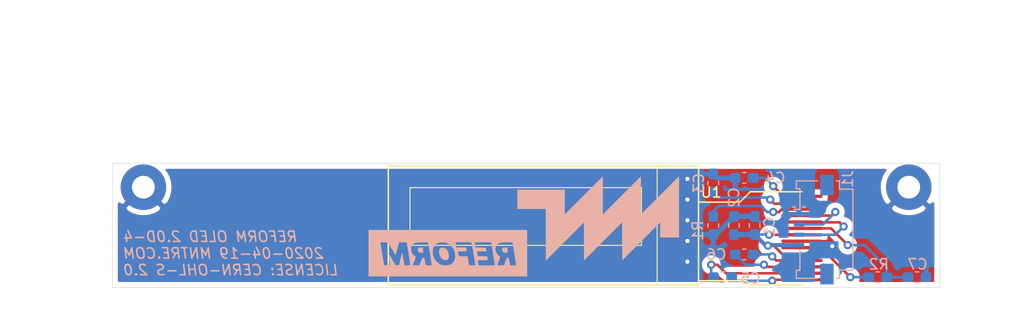
<source format=kicad_pcb>
(kicad_pcb (version 20171130) (host pcbnew 5.1.6~rc1+dfsg1-1)

  (general
    (thickness 1.6)
    (drawings 16)
    (tracks 95)
    (zones 0)
    (modules 14)
    (nets 14)
  )

  (page A4)
  (title_block
    (title "Reform Status Display OLED")
    (date 2019-11-07)
    (rev D-1)
    (company "MNT Research GmbH")
    (comment 1 GPLv3+)
    (comment 2 https://mntre.com)
  )

  (layers
    (0 F.Cu signal)
    (31 B.Cu signal)
    (32 B.Adhes user)
    (33 F.Adhes user)
    (34 B.Paste user)
    (35 F.Paste user)
    (36 B.SilkS user)
    (37 F.SilkS user)
    (38 B.Mask user)
    (39 F.Mask user)
    (40 Dwgs.User user)
    (41 Cmts.User user)
    (42 Eco1.User user hide)
    (43 Eco2.User user hide)
    (44 Edge.Cuts user)
    (45 Margin user)
    (46 B.CrtYd user)
    (47 F.CrtYd user hide)
    (48 B.Fab user hide)
    (49 F.Fab user hide)
  )

  (setup
    (last_trace_width 0.25)
    (trace_clearance 0.2)
    (zone_clearance 0.508)
    (zone_45_only no)
    (trace_min 0.2)
    (via_size 0.8)
    (via_drill 0.4)
    (via_min_size 0.4)
    (via_min_drill 0.3)
    (uvia_size 0.3)
    (uvia_drill 0.1)
    (uvias_allowed no)
    (uvia_min_size 0.2)
    (uvia_min_drill 0.1)
    (edge_width 0.05)
    (segment_width 0.2)
    (pcb_text_width 0.3)
    (pcb_text_size 1.5 1.5)
    (mod_edge_width 0.12)
    (mod_text_size 1 1)
    (mod_text_width 0.15)
    (pad_size 1.524 1.524)
    (pad_drill 0.762)
    (pad_to_mask_clearance 0.051)
    (solder_mask_min_width 0.25)
    (aux_axis_origin 0 0)
    (visible_elements FFFFFF7F)
    (pcbplotparams
      (layerselection 0x010fc_ffffffff)
      (usegerberextensions false)
      (usegerberattributes false)
      (usegerberadvancedattributes false)
      (creategerberjobfile false)
      (excludeedgelayer true)
      (linewidth 0.100000)
      (plotframeref false)
      (viasonmask false)
      (mode 1)
      (useauxorigin false)
      (hpglpennumber 1)
      (hpglpenspeed 20)
      (hpglpendiameter 15.000000)
      (psnegative false)
      (psa4output false)
      (plotreference true)
      (plotvalue true)
      (plotinvisibletext false)
      (padsonsilk false)
      (subtractmaskfromsilk false)
      (outputformat 1)
      (mirror false)
      (drillshape 0)
      (scaleselection 1)
      (outputdirectory "../../reform-misc/reform2-d4-assemblyfiles/oled/gerbers/"))
  )

  (net 0 "")
  (net 1 GND)
  (net 2 +3V3)
  (net 3 "Net-(C3-Pad1)")
  (net 4 "Net-(C4-Pad1)")
  (net 5 "Net-(C5-Pad2)")
  (net 6 "Net-(C5-Pad1)")
  (net 7 "Net-(C6-Pad2)")
  (net 8 "Net-(C6-Pad1)")
  (net 9 DISP_SCL)
  (net 10 DISP_SDA)
  (net 11 "Net-(R1-Pad1)")
  (net 12 "Net-(U1-Pad6)")
  (net 13 "Net-(C7-Pad1)")

  (net_class Default "This is the default net class."
    (clearance 0.2)
    (trace_width 0.25)
    (via_dia 0.8)
    (via_drill 0.4)
    (uvia_dia 0.3)
    (uvia_drill 0.1)
    (add_net +3V3)
    (add_net DISP_SCL)
    (add_net DISP_SDA)
    (add_net GND)
    (add_net "Net-(C3-Pad1)")
    (add_net "Net-(C4-Pad1)")
    (add_net "Net-(C5-Pad1)")
    (add_net "Net-(C5-Pad2)")
    (add_net "Net-(C6-Pad1)")
    (add_net "Net-(C6-Pad2)")
    (add_net "Net-(C7-Pad1)")
    (add_net "Net-(R1-Pad1)")
    (add_net "Net-(U1-Pad6)")
  )

  (module Resistor_SMD:R_0603_1608Metric_Pad1.05x0.95mm_HandSolder (layer B.Cu) (tedit 5B301BBD) (tstamp 5E68C8B6)
    (at 177.4 99.5 180)
    (descr "Resistor SMD 0603 (1608 Metric), square (rectangular) end terminal, IPC_7351 nominal with elongated pad for handsoldering. (Body size source: http://www.tortai-tech.com/upload/download/2011102023233369053.pdf), generated with kicad-footprint-generator")
    (tags "resistor handsolder")
    (path /5E7D0D47)
    (attr smd)
    (fp_text reference R2 (at -0.1 1.25) (layer B.SilkS)
      (effects (font (size 1 1) (thickness 0.15)) (justify mirror))
    )
    (fp_text value 4.7k (at 0 -1.43) (layer B.Fab)
      (effects (font (size 1 1) (thickness 0.15)) (justify mirror))
    )
    (fp_line (start 1.65 -0.73) (end -1.65 -0.73) (layer B.CrtYd) (width 0.05))
    (fp_line (start 1.65 0.73) (end 1.65 -0.73) (layer B.CrtYd) (width 0.05))
    (fp_line (start -1.65 0.73) (end 1.65 0.73) (layer B.CrtYd) (width 0.05))
    (fp_line (start -1.65 -0.73) (end -1.65 0.73) (layer B.CrtYd) (width 0.05))
    (fp_line (start -0.171267 -0.51) (end 0.171267 -0.51) (layer B.SilkS) (width 0.12))
    (fp_line (start -0.171267 0.51) (end 0.171267 0.51) (layer B.SilkS) (width 0.12))
    (fp_line (start 0.8 -0.4) (end -0.8 -0.4) (layer B.Fab) (width 0.1))
    (fp_line (start 0.8 0.4) (end 0.8 -0.4) (layer B.Fab) (width 0.1))
    (fp_line (start -0.8 0.4) (end 0.8 0.4) (layer B.Fab) (width 0.1))
    (fp_line (start -0.8 -0.4) (end -0.8 0.4) (layer B.Fab) (width 0.1))
    (fp_text user %R (at 0 0) (layer B.Fab)
      (effects (font (size 0.4 0.4) (thickness 0.06)) (justify mirror))
    )
    (pad 2 smd roundrect (at 0.875 0 180) (size 1.05 0.95) (layers B.Cu B.Paste B.Mask) (roundrect_rratio 0.25)
      (net 2 +3V3))
    (pad 1 smd roundrect (at -0.875 0 180) (size 1.05 0.95) (layers B.Cu B.Paste B.Mask) (roundrect_rratio 0.25)
      (net 13 "Net-(C7-Pad1)"))
    (model ${KISYS3DMOD}/Resistor_SMD.3dshapes/R_0603_1608Metric.wrl
      (at (xyz 0 0 0))
      (scale (xyz 1 1 1))
      (rotate (xyz 0 0 0))
    )
  )

  (module Connector_FFC-FPC:Molex_200528-0040_1x04-1MP_P1.00mm_Horizontal (layer B.Cu) (tedit 5C60BCA5) (tstamp 5DC43707)
    (at 170.7 94.9 270)
    (descr "Molex Molex 1.00mm Pitch Easy-On BackFlip, Right-Angle, Bottom Contact FFC/FPC, 200528-0040, 4 Circuits (https://www.molex.com/pdm_docs/sd/2005280040_sd.pdf), generated with kicad-footprint-generator")
    (tags "connector Molex  top entry")
    (path /5D0C1E6C)
    (attr smd)
    (fp_text reference J1 (at -4.9 -3.8 90) (layer B.SilkS)
      (effects (font (size 1 1) (thickness 0.15)) (justify mirror))
    )
    (fp_text value AUX (at 0 -5.39 90) (layer B.Fab)
      (effects (font (size 1 1) (thickness 0.15)) (justify mirror))
    )
    (fp_line (start 5.8 1.91) (end -5.8 1.91) (layer B.CrtYd) (width 0.05))
    (fp_line (start 5.8 -4.69) (end 5.8 1.91) (layer B.CrtYd) (width 0.05))
    (fp_line (start -5.8 -4.69) (end 5.8 -4.69) (layer B.CrtYd) (width 0.05))
    (fp_line (start -5.8 1.91) (end -5.8 -4.69) (layer B.CrtYd) (width 0.05))
    (fp_line (start 3.94 0.82) (end 1.96 0.82) (layer B.SilkS) (width 0.12))
    (fp_line (start 3.94 1.17) (end 3.94 0.82) (layer B.SilkS) (width 0.12))
    (fp_line (start 4.71 1.17) (end 3.94 1.17) (layer B.SilkS) (width 0.12))
    (fp_line (start 4.71 -0.88) (end 4.71 1.17) (layer B.SilkS) (width 0.12))
    (fp_line (start 4.71 -3) (end 4.71 -2.7) (layer B.SilkS) (width 0.12))
    (fp_line (start 3.91 -3) (end 4.71 -3) (layer B.SilkS) (width 0.12))
    (fp_line (start 3.91 -4.3) (end 3.91 -3) (layer B.SilkS) (width 0.12))
    (fp_line (start -3.91 -4.3) (end 3.91 -4.3) (layer B.SilkS) (width 0.12))
    (fp_line (start -3.91 -3) (end -3.91 -4.3) (layer B.SilkS) (width 0.12))
    (fp_line (start -4.71 -3) (end -3.91 -3) (layer B.SilkS) (width 0.12))
    (fp_line (start -4.71 -2.7) (end -4.71 -3) (layer B.SilkS) (width 0.12))
    (fp_line (start -4.71 1.17) (end -4.71 -0.88) (layer B.SilkS) (width 0.12))
    (fp_line (start -3.94 1.17) (end -4.71 1.17) (layer B.SilkS) (width 0.12))
    (fp_line (start -3.94 0.82) (end -3.94 1.17) (layer B.SilkS) (width 0.12))
    (fp_line (start -1.96 0.82) (end -3.94 0.82) (layer B.SilkS) (width 0.12))
    (fp_line (start -1.96 1.41) (end -1.96 0.82) (layer B.SilkS) (width 0.12))
    (fp_line (start 3.8 -4.19) (end 3.8 -0.19) (layer B.Fab) (width 0.1))
    (fp_line (start -3.8 -4.19) (end 3.8 -4.19) (layer B.Fab) (width 0.1))
    (fp_line (start -3.8 -0.19) (end -3.8 -4.19) (layer B.Fab) (width 0.1))
    (fp_line (start 3.8 -0.19) (end -3.8 -0.19) (layer B.Fab) (width 0.1))
    (fp_line (start -1.5 -0.04) (end -1 0.71) (layer B.Fab) (width 0.1))
    (fp_line (start -2 0.71) (end -1.5 -0.04) (layer B.Fab) (width 0.1))
    (fp_line (start 4.6 1.06) (end 4.05 1.06) (layer B.Fab) (width 0.1))
    (fp_line (start 4.6 -2.89) (end 4.6 1.06) (layer B.Fab) (width 0.1))
    (fp_line (start -4.6 -2.89) (end 4.6 -2.89) (layer B.Fab) (width 0.1))
    (fp_line (start -4.6 1.06) (end -4.6 -2.89) (layer B.Fab) (width 0.1))
    (fp_line (start -4.05 1.06) (end -4.6 1.06) (layer B.Fab) (width 0.1))
    (fp_line (start -4.05 0.71) (end -4.05 1.06) (layer B.Fab) (width 0.1))
    (fp_line (start 4.05 0.71) (end -4.05 0.71) (layer B.Fab) (width 0.1))
    (fp_line (start 4.05 1.06) (end 4.05 0.71) (layer B.Fab) (width 0.1))
    (fp_text user %R (at 0 -1.39 90) (layer B.Fab)
      (effects (font (size 1 1) (thickness 0.15)) (justify mirror))
    )
    (pad 4 smd rect (at 1.5 0.91 270) (size 0.4 1) (layers B.Cu B.Paste B.Mask)
      (net 2 +3V3))
    (pad 3 smd rect (at 0.5 0.91 270) (size 0.4 1) (layers B.Cu B.Paste B.Mask)
      (net 9 DISP_SCL))
    (pad 2 smd rect (at -0.5 0.91 270) (size 0.4 1) (layers B.Cu B.Paste B.Mask)
      (net 10 DISP_SDA))
    (pad 1 smd rect (at -1.5 0.91 270) (size 0.4 1) (layers B.Cu B.Paste B.Mask)
      (net 1 GND))
    (pad MP smd rect (at 4.3 -1.79 270) (size 2 1.3) (layers B.Cu B.Paste B.Mask))
    (pad MP smd rect (at -4.3 -1.79 270) (size 2 1.3) (layers B.Cu B.Paste B.Mask))
    (model ${KISYS3DMOD}/Connector_FFC-FPC.3dshapes/Molex_200528-0040_1x04-1MP_P1.00mm_Horizontal.wrl
      (at (xyz 0 0 0))
      (scale (xyz 1 1 1))
      (rotate (xyz 0 0 0))
    )
    (model ${KIPRJMOD}/3d-models/2005280040.stp
      (offset (xyz 0 1.1 0))
      (scale (xyz 1 1 1))
      (rotate (xyz -180 0 0))
    )
  )

  (module Capacitor_SMD:C_0603_1608Metric_Pad1.05x0.95mm_HandSolder (layer B.Cu) (tedit 5B301BBE) (tstamp 5E68C82D)
    (at 181.2 99.5)
    (descr "Capacitor SMD 0603 (1608 Metric), square (rectangular) end terminal, IPC_7351 nominal with elongated pad for handsoldering. (Body size source: http://www.tortai-tech.com/upload/download/2011102023233369053.pdf), generated with kicad-footprint-generator")
    (tags "capacitor handsolder")
    (path /5E7CCF56)
    (attr smd)
    (fp_text reference C7 (at 0.05 -1.25) (layer B.SilkS)
      (effects (font (size 1 1) (thickness 0.15)) (justify mirror))
    )
    (fp_text value 1uF (at 0 -1.43) (layer B.Fab)
      (effects (font (size 1 1) (thickness 0.15)) (justify mirror))
    )
    (fp_line (start 1.65 -0.73) (end -1.65 -0.73) (layer B.CrtYd) (width 0.05))
    (fp_line (start 1.65 0.73) (end 1.65 -0.73) (layer B.CrtYd) (width 0.05))
    (fp_line (start -1.65 0.73) (end 1.65 0.73) (layer B.CrtYd) (width 0.05))
    (fp_line (start -1.65 -0.73) (end -1.65 0.73) (layer B.CrtYd) (width 0.05))
    (fp_line (start -0.171267 -0.51) (end 0.171267 -0.51) (layer B.SilkS) (width 0.12))
    (fp_line (start -0.171267 0.51) (end 0.171267 0.51) (layer B.SilkS) (width 0.12))
    (fp_line (start 0.8 -0.4) (end -0.8 -0.4) (layer B.Fab) (width 0.1))
    (fp_line (start 0.8 0.4) (end 0.8 -0.4) (layer B.Fab) (width 0.1))
    (fp_line (start -0.8 0.4) (end 0.8 0.4) (layer B.Fab) (width 0.1))
    (fp_line (start -0.8 -0.4) (end -0.8 0.4) (layer B.Fab) (width 0.1))
    (fp_text user %R (at 0 0) (layer B.Fab)
      (effects (font (size 0.4 0.4) (thickness 0.06)) (justify mirror))
    )
    (pad 2 smd roundrect (at 0.875 0) (size 1.05 0.95) (layers B.Cu B.Paste B.Mask) (roundrect_rratio 0.25)
      (net 1 GND))
    (pad 1 smd roundrect (at -0.875 0) (size 1.05 0.95) (layers B.Cu B.Paste B.Mask) (roundrect_rratio 0.25)
      (net 13 "Net-(C7-Pad1)"))
    (model ${KISYS3DMOD}/Capacitor_SMD.3dshapes/C_0603_1608Metric.wrl
      (at (xyz 0 0 0))
      (scale (xyz 1 1 1))
      (rotate (xyz 0 0 0))
    )
  )

  (module KiCad-SSD1306_OLED-0:SSD1306_OLED-0.91-128x32 (layer F.Cu) (tedit 58CFEB7B) (tstamp 5DC43741)
    (at 130.074999 88.744999)
    (path /5EAB622B)
    (fp_text reference U1 (at 31.225001 2.555001 180) (layer F.SilkS)
      (effects (font (size 1 1) (thickness 0.15)))
    )
    (fp_text value SSD1306 (at 4.064 6.858) (layer F.Fab)
      (effects (font (size 1 1) (thickness 0.15)))
    )
    (fp_line (start 0 11.5) (end 0 0) (layer F.SilkS) (width 0.15))
    (fp_line (start 40 2.5) (end 35 2.5) (layer F.SilkS) (width 0.15))
    (fp_line (start 35 2.5) (end 34 3.5) (layer F.SilkS) (width 0.15))
    (fp_line (start 30 0) (end 30 11.5) (layer F.SilkS) (width 0.15))
    (fp_line (start 0 0) (end 30 0) (layer F.SilkS) (width 0.15))
    (fp_line (start 0 11.5) (end 30 11.5) (layer F.SilkS) (width 0.15))
    (fp_line (start 40 11.5) (end 35 11.5) (layer F.SilkS) (width 0.15))
    (fp_line (start 35 11.5) (end 34.6 11.1) (layer F.SilkS) (width 0.15))
    (fp_line (start 34.6 11.1) (end 30 11.1) (layer F.SilkS) (width 0.15))
    (fp_line (start 34 3.5) (end 30 3.5) (layer F.SilkS) (width 0.15))
    (fp_line (start 2.1 2.1) (end 24.48 2.1) (layer F.SilkS) (width 0.1))
    (fp_line (start 2.1 2.1) (end 2.1 7.68) (layer F.SilkS) (width 0.1))
    (fp_line (start 2.1 7.68) (end 24.48 7.68) (layer F.SilkS) (width 0.1))
    (fp_line (start 24.48 2.1) (end 24.48 7.68) (layer F.SilkS) (width 0.1))
    (fp_line (start 26 0) (end 26 11.5) (layer F.SilkS) (width 0.1))
    (pad 14 smd oval (at 40 2.94) (size 4 0.32) (layers F.Cu F.Paste F.Mask)
      (net 4 "Net-(C4-Pad1)"))
    (pad 13 smd oval (at 40 3.56) (size 4 0.32) (layers F.Cu F.Paste F.Mask)
      (net 3 "Net-(C3-Pad1)"))
    (pad 12 smd oval (at 40 4.18) (size 4 0.32) (layers F.Cu F.Paste F.Mask)
      (net 11 "Net-(R1-Pad1)"))
    (pad 11 smd oval (at 40 4.8) (size 4 0.32) (layers F.Cu F.Paste F.Mask)
      (net 10 DISP_SDA))
    (pad 10 smd oval (at 40 5.42) (size 4 0.32) (layers F.Cu F.Paste F.Mask)
      (net 9 DISP_SCL))
    (pad 9 smd oval (at 40 6.04) (size 4 0.32) (layers F.Cu F.Paste F.Mask)
      (net 13 "Net-(C7-Pad1)"))
    (pad 8 smd oval (at 40 6.66) (size 4 0.32) (layers F.Cu F.Paste F.Mask)
      (net 2 +3V3))
    (pad 7 smd oval (at 40 7.28) (size 4 0.32) (layers F.Cu F.Paste F.Mask)
      (net 1 GND))
    (pad 6 smd oval (at 40 7.9) (size 4 0.32) (layers F.Cu F.Paste F.Mask)
      (net 12 "Net-(U1-Pad6)"))
    (pad 5 smd oval (at 40 8.52) (size 4 0.32) (layers F.Cu F.Paste F.Mask)
      (net 2 +3V3))
    (pad 4 smd oval (at 40 9.14) (size 4 0.32) (layers F.Cu F.Paste F.Mask)
      (net 7 "Net-(C6-Pad2)"))
    (pad 3 smd oval (at 40 9.76) (size 4 0.32) (layers F.Cu F.Paste F.Mask)
      (net 8 "Net-(C6-Pad1)"))
    (pad 2 smd oval (at 40 10.38) (size 4 0.32) (layers F.Cu F.Paste F.Mask)
      (net 5 "Net-(C5-Pad2)"))
    (pad 1 smd oval (at 40 11) (size 4 0.32) (layers F.Cu F.Paste F.Mask)
      (net 6 "Net-(C5-Pad1)"))
    (model ${KIPRJMOD}/KiCad-SSD1306_OLED-0.91-128x32/SSD1306_OLED-0.91-128x32.step
      (at (xyz 0 0 0))
      (scale (xyz 1 1 1))
      (rotate (xyz -90 0 0))
    )
  )

  (module Resistor_SMD:R_0603_1608Metric_Pad1.05x0.95mm_HandSolder (layer B.Cu) (tedit 5B301BBD) (tstamp 5DC43718)
    (at 161.5 94.5 270)
    (descr "Resistor SMD 0603 (1608 Metric), square (rectangular) end terminal, IPC_7351 nominal with elongated pad for handsoldering. (Body size source: http://www.tortai-tech.com/upload/download/2011102023233369053.pdf), generated with kicad-footprint-generator")
    (tags "resistor handsolder")
    (path /5DC8A9C1)
    (attr smd)
    (fp_text reference R1 (at 0.5 1.5 90) (layer B.SilkS)
      (effects (font (size 1 1) (thickness 0.15)) (justify mirror))
    )
    (fp_text value 330k (at 0 -1.43 90) (layer B.Fab)
      (effects (font (size 1 1) (thickness 0.15)) (justify mirror))
    )
    (fp_line (start 1.65 -0.73) (end -1.65 -0.73) (layer B.CrtYd) (width 0.05))
    (fp_line (start 1.65 0.73) (end 1.65 -0.73) (layer B.CrtYd) (width 0.05))
    (fp_line (start -1.65 0.73) (end 1.65 0.73) (layer B.CrtYd) (width 0.05))
    (fp_line (start -1.65 -0.73) (end -1.65 0.73) (layer B.CrtYd) (width 0.05))
    (fp_line (start -0.171267 -0.51) (end 0.171267 -0.51) (layer B.SilkS) (width 0.12))
    (fp_line (start -0.171267 0.51) (end 0.171267 0.51) (layer B.SilkS) (width 0.12))
    (fp_line (start 0.8 -0.4) (end -0.8 -0.4) (layer B.Fab) (width 0.1))
    (fp_line (start 0.8 0.4) (end 0.8 -0.4) (layer B.Fab) (width 0.1))
    (fp_line (start -0.8 0.4) (end 0.8 0.4) (layer B.Fab) (width 0.1))
    (fp_line (start -0.8 -0.4) (end -0.8 0.4) (layer B.Fab) (width 0.1))
    (fp_text user %R (at 0 0 90) (layer B.Fab)
      (effects (font (size 0.4 0.4) (thickness 0.06)) (justify mirror))
    )
    (pad 2 smd roundrect (at 0.875 0 270) (size 1.05 0.95) (layers B.Cu B.Paste B.Mask) (roundrect_rratio 0.25)
      (net 1 GND))
    (pad 1 smd roundrect (at -0.875 0 270) (size 1.05 0.95) (layers B.Cu B.Paste B.Mask) (roundrect_rratio 0.25)
      (net 11 "Net-(R1-Pad1)"))
    (model ${KISYS3DMOD}/Resistor_SMD.3dshapes/R_0603_1608Metric.wrl
      (at (xyz 0 0 0))
      (scale (xyz 1 1 1))
      (rotate (xyz 0 0 0))
    )
  )

  (module MountingHole:MountingHole_2.2mm_M2_Pad (layer F.Cu) (tedit 56D1B4CB) (tstamp 5DC436BB)
    (at 180.4 90.8)
    (descr "Mounting Hole 2.2mm, M2")
    (tags "mounting hole 2.2mm m2")
    (path /5CFABDD2)
    (attr virtual)
    (fp_text reference H2 (at 0 -3.2) (layer F.SilkS) hide
      (effects (font (size 1 1) (thickness 0.15)))
    )
    (fp_text value MH2 (at 0 3.2) (layer F.Fab)
      (effects (font (size 1 1) (thickness 0.15)))
    )
    (fp_circle (center 0 0) (end 2.45 0) (layer F.CrtYd) (width 0.05))
    (fp_circle (center 0 0) (end 2.2 0) (layer Cmts.User) (width 0.15))
    (fp_text user %R (at 0.3 0) (layer F.Fab)
      (effects (font (size 1 1) (thickness 0.15)))
    )
    (pad 1 thru_hole circle (at 0 0) (size 4.4 4.4) (drill 2.2) (layers *.Cu *.Mask)
      (net 1 GND))
  )

  (module MountingHole:MountingHole_2.2mm_M2_Pad (layer F.Cu) (tedit 56D1B4CB) (tstamp 5DC436B3)
    (at 106.4 90.8)
    (descr "Mounting Hole 2.2mm, M2")
    (tags "mounting hole 2.2mm m2")
    (path /5CFAB6F9)
    (attr virtual)
    (fp_text reference H1 (at 0 -3.2) (layer F.SilkS) hide
      (effects (font (size 1 1) (thickness 0.15)))
    )
    (fp_text value MH1 (at 0 3.2) (layer F.Fab)
      (effects (font (size 1 1) (thickness 0.15)))
    )
    (fp_circle (center 0 0) (end 2.45 0) (layer F.CrtYd) (width 0.05))
    (fp_circle (center 0 0) (end 2.2 0) (layer Cmts.User) (width 0.15))
    (fp_text user %R (at 0.3 0) (layer F.Fab)
      (effects (font (size 1 1) (thickness 0.15)))
    )
    (pad 1 thru_hole circle (at 0 0) (size 4.4 4.4) (drill 2.2) (layers *.Cu *.Mask)
      (net 1 GND))
  )

  (module reform2:mntreform (layer B.Cu) (tedit 0) (tstamp 5DC436AB)
    (at 143.2 94.6 180)
    (path /5CFBB66E)
    (fp_text reference GFX1 (at 0 0) (layer B.SilkS) hide
      (effects (font (size 1.524 1.524) (thickness 0.3)) (justify mirror))
    )
    (fp_text value MNT (at 0.75 0) (layer B.SilkS) hide
      (effects (font (size 1.524 1.524) (thickness 0.3)) (justify mirror))
    )
    (fp_poly (pts (xy 10.117124 -2.042305) (xy 10.213493 -2.068317) (xy 10.2362 -2.0828) (xy 10.283474 -2.182328)
      (xy 10.282771 -2.309656) (xy 10.238382 -2.425977) (xy 10.192914 -2.474099) (xy 10.098837 -2.51513)
      (xy 9.979031 -2.536803) (xy 9.860644 -2.538622) (xy 9.770822 -2.520094) (xy 9.736667 -2.482408)
      (xy 9.742154 -2.407635) (xy 9.755996 -2.286143) (xy 9.763588 -2.228408) (xy 9.790508 -2.032)
      (xy 9.987954 -2.032) (xy 10.117124 -2.042305)) (layer B.SilkS) (width 0.01))
    (fp_poly (pts (xy 7.991232 -2.056282) (xy 8.108758 -2.135909) (xy 8.187726 -2.270403) (xy 8.215834 -2.448887)
      (xy 8.195887 -2.649864) (xy 8.13069 -2.85184) (xy 8.023051 -3.033319) (xy 7.985869 -3.077335)
      (xy 7.870219 -3.181113) (xy 7.747202 -3.231109) (xy 7.660879 -3.243809) (xy 7.528934 -3.245599)
      (xy 7.424274 -3.228387) (xy 7.400925 -3.218145) (xy 7.310846 -3.116448) (xy 7.266466 -2.965105)
      (xy 7.263688 -2.782945) (xy 7.298416 -2.588795) (xy 7.366553 -2.401485) (xy 7.464001 -2.239843)
      (xy 7.586664 -2.122696) (xy 7.646262 -2.090643) (xy 7.83676 -2.037587) (xy 7.991232 -2.056282)) (layer B.SilkS) (width 0.01))
    (fp_poly (pts (xy 1.94679 -2.042305) (xy 2.04316 -2.068317) (xy 2.065867 -2.0828) (xy 2.113141 -2.182328)
      (xy 2.112437 -2.309656) (xy 2.068049 -2.425977) (xy 2.022581 -2.474099) (xy 1.928503 -2.51513)
      (xy 1.808697 -2.536803) (xy 1.69031 -2.538622) (xy 1.600489 -2.520094) (xy 1.566334 -2.482408)
      (xy 1.57182 -2.407635) (xy 1.585662 -2.286143) (xy 1.593254 -2.228408) (xy 1.620175 -2.032)
      (xy 1.817621 -2.032) (xy 1.94679 -2.042305)) (layer B.SilkS) (width 0.01))
    (fp_poly (pts (xy -3.937 1.164532) (xy -3.937 3.556) (xy 0.635 3.556) (xy 0.635 1.693334)
      (xy -2.116666 1.693334) (xy -2.116666 -3.280468) (xy -5.799666 0.401802) (xy -5.799666 -3.280468)
      (xy -9.481752 0.400888) (xy -9.492793 -1.429465) (xy -9.503833 -3.259818) (xy -11.33475 -1.428886)
      (xy -13.165666 0.402045) (xy -13.165666 -1.058333) (xy -14.986 -1.058333) (xy -14.986 4.846802)
      (xy -11.303 1.164532) (xy -11.303 4.846802) (xy -7.62 1.164532) (xy -7.62 4.846802)
      (xy -3.937 1.164532)) (layer B.SilkS) (width 0.01))
    (fp_poly (pts (xy 15.028334 -4.826) (xy -0.296333 -4.826) (xy -0.296333 -3.771528) (xy 4.691425 -3.771528)
      (xy 5.310815 -3.7465) (xy 5.383276 -3.323166) (xy 5.413816 -3.14519) (xy 5.438547 -3.001896)
      (xy 5.454332 -2.911414) (xy 5.458369 -2.88925) (xy 5.498866 -2.88479) (xy 5.605895 -2.881259)
      (xy 5.761323 -2.879108) (xy 5.881481 -2.878666) (xy 6.07687 -2.878519) (xy 6.204431 -2.871043)
      (xy 6.280941 -2.845683) (xy 6.323177 -2.791887) (xy 6.342036 -2.721151) (xy 6.660975 -2.721151)
      (xy 6.664272 -3.029483) (xy 6.73412 -3.290223) (xy 6.868907 -3.500061) (xy 7.067023 -3.655685)
      (xy 7.131415 -3.688094) (xy 7.325625 -3.744376) (xy 7.561391 -3.766557) (xy 7.802781 -3.754654)
      (xy 8.013863 -3.708686) (xy 8.067268 -3.687639) (xy 8.079775 -3.679872) (xy 8.932334 -3.679872)
      (xy 8.94012 -3.72721) (xy 8.976004 -3.753645) (xy 9.058769 -3.765142) (xy 9.207202 -3.767666)
      (xy 9.208829 -3.767666) (xy 9.384722 -3.759843) (xy 9.48269 -3.735707) (xy 9.506665 -3.712052)
      (xy 9.523715 -3.645125) (xy 9.548931 -3.520067) (xy 9.577218 -3.362367) (xy 9.580715 -3.341635)
      (xy 9.609793 -3.180982) (xy 9.635932 -3.086724) (xy 9.667784 -3.041388) (xy 9.714002 -3.0275)
      (xy 9.736598 -3.026833) (xy 9.789346 -3.035633) (xy 9.83344 -3.072068) (xy 9.878717 -3.15119)
      (xy 9.935016 -3.288049) (xy 9.971779 -3.386666) (xy 10.103785 -3.7465) (xy 10.428226 -3.758864)
      (xy 10.581744 -3.7624) (xy 10.696039 -3.760623) (xy 10.75068 -3.753973) (xy 10.752667 -3.751912)
      (xy 10.742923 -3.720735) (xy 10.999213 -3.720735) (xy 10.999339 -3.746227) (xy 11.04975 -3.757415)
      (xy 11.159665 -3.765172) (xy 11.285888 -3.767666) (xy 11.550997 -3.767666) (xy 11.595153 -3.545416)
      (xy 11.622593 -3.400649) (xy 11.657653 -3.206443) (xy 11.694217 -2.996901) (xy 11.707044 -2.92147)
      (xy 11.737361 -2.747944) (xy 11.763592 -2.609219) (xy 11.782069 -2.524128) (xy 11.787843 -2.506712)
      (xy 11.794852 -2.511974) (xy 11.806526 -2.544916) (xy 11.82513 -2.614982) (xy 11.852927 -2.731616)
      (xy 11.892182 -2.904262) (xy 11.945159 -3.142363) (xy 12.001347 -3.39725) (xy 12.073499 -3.725333)
      (xy 12.439598 -3.725333) (xy 12.767761 -3.133072) (xy 12.879478 -2.934284) (xy 12.977035 -2.766055)
      (xy 13.053227 -2.640381) (xy 13.100853 -2.569259) (xy 13.113089 -2.557978) (xy 13.113113 -2.603795)
      (xy 13.101008 -2.716981) (xy 13.078805 -2.881433) (xy 13.048533 -3.081044) (xy 13.042128 -3.121053)
      (xy 13.009097 -3.329498) (xy 12.981707 -3.509644) (xy 12.962537 -3.643987) (xy 12.954165 -3.71502)
      (xy 12.954 -3.719249) (xy 12.982587 -3.748297) (xy 13.074966 -3.761073) (xy 13.23975 -3.759017)
      (xy 13.5255 -3.7465) (xy 13.703001 -2.709333) (xy 13.75212 -2.419917) (xy 13.79622 -2.155467)
      (xy 13.833312 -1.9283) (xy 13.861404 -1.750729) (xy 13.878504 -1.635069) (xy 13.882917 -1.596435)
      (xy 13.87603 -1.560188) (xy 13.841855 -1.538827) (xy 13.764389 -1.529586) (xy 13.627631 -1.529698)
      (xy 13.515585 -1.532935) (xy 13.145836 -1.545166) (xy 12.785842 -2.166562) (xy 12.666874 -2.369727)
      (xy 12.562781 -2.54334) (xy 12.48072 -2.675798) (xy 12.427848 -2.755499) (xy 12.411425 -2.773536)
      (xy 12.396408 -2.729604) (xy 12.364725 -2.618323) (xy 12.320406 -2.454441) (xy 12.267483 -2.252704)
      (xy 12.241585 -2.15214) (xy 12.086167 -1.545166) (xy 11.717972 -1.532967) (xy 11.349776 -1.520768)
      (xy 11.324376 -1.659967) (xy 11.281057 -1.903238) (xy 11.234998 -2.172056) (xy 11.188144 -2.453942)
      (xy 11.142439 -2.736414) (xy 11.099828 -3.006991) (xy 11.062256 -3.253193) (xy 11.031666 -3.462538)
      (xy 11.010003 -3.622545) (xy 10.999213 -3.720735) (xy 10.742923 -3.720735) (xy 10.738515 -3.706635)
      (xy 10.700409 -3.600312) (xy 10.644874 -3.450887) (xy 10.603669 -3.342154) (xy 10.45467 -2.951712)
      (xy 10.630344 -2.801342) (xy 10.790472 -2.631746) (xy 10.883553 -2.444383) (xy 10.920329 -2.214917)
      (xy 10.922 -2.140666) (xy 10.888503 -1.916511) (xy 10.788233 -1.744388) (xy 10.621524 -1.624702)
      (xy 10.452642 -1.569496) (xy 10.343493 -1.553797) (xy 10.187203 -1.541035) (xy 10.001886 -1.531533)
      (xy 9.805658 -1.525616) (xy 9.616634 -1.523611) (xy 9.452932 -1.525842) (xy 9.332665 -1.532633)
      (xy 9.27395 -1.544311) (xy 9.271 -1.548294) (xy 9.264282 -1.595117) (xy 9.245409 -1.713697)
      (xy 9.216302 -1.892304) (xy 9.178881 -2.119208) (xy 9.135069 -2.382677) (xy 9.101667 -2.582333)
      (xy 9.054216 -2.868813) (xy 9.011898 -3.131072) (xy 8.976673 -3.356397) (xy 8.950503 -3.532078)
      (xy 8.935349 -3.645405) (xy 8.932334 -3.679872) (xy 8.079775 -3.679872) (xy 8.319003 -3.531313)
      (xy 8.525867 -3.319724) (xy 8.682922 -3.06761) (xy 8.78523 -2.78971) (xy 8.827853 -2.500764)
      (xy 8.805853 -2.215509) (xy 8.714293 -1.948687) (xy 8.673954 -1.876747) (xy 8.537442 -1.715707)
      (xy 8.354337 -1.607635) (xy 8.113094 -1.546859) (xy 7.974175 -1.532878) (xy 7.681292 -1.538173)
      (xy 7.433834 -1.600994) (xy 7.208452 -1.729489) (xy 7.064829 -1.850121) (xy 6.859926 -2.098255)
      (xy 6.724856 -2.394102) (xy 6.660975 -2.721151) (xy 6.342036 -2.721151) (xy 6.347916 -2.6991)
      (xy 6.369389 -2.57175) (xy 6.39617 -2.413) (xy 5.970918 -2.413) (xy 5.771951 -2.412189)
      (xy 5.64425 -2.40419) (xy 5.574422 -2.380649) (xy 5.549075 -2.333215) (xy 5.554815 -2.253534)
      (xy 5.572125 -2.164291) (xy 5.598584 -2.032) (xy 6.550589 -2.032) (xy 6.576829 -1.87325)
      (xy 6.594704 -1.740592) (xy 6.603393 -1.628194) (xy 6.603534 -1.61925) (xy 6.604 -1.524)
      (xy 5.842807 -1.524) (xy 5.572193 -1.524286) (xy 5.374387 -1.526106) (xy 5.237527 -1.530904)
      (xy 5.149755 -1.540123) (xy 5.099211 -1.555204) (xy 5.074035 -1.577591) (xy 5.062367 -1.608727)
      (xy 5.059896 -1.61925) (xy 5.046816 -1.688076) (xy 5.022504 -1.826758) (xy 4.989289 -2.021578)
      (xy 4.949502 -2.258821) (xy 4.905475 -2.524767) (xy 4.889073 -2.624666) (xy 4.84385 -2.89937)
      (xy 4.801852 -3.151987) (xy 4.765463 -3.368362) (xy 4.73707 -3.534342) (xy 4.719059 -3.635773)
      (xy 4.715695 -3.653181) (xy 4.691425 -3.771528) (xy -0.296333 -3.771528) (xy -0.296333 -3.707921)
      (xy 0.762 -3.707921) (xy 0.783206 -3.741171) (xy 0.856224 -3.759996) (xy 0.995153 -3.767292)
      (xy 1.052799 -3.767666) (xy 1.343598 -3.767666) (xy 1.402329 -3.39725) (xy 1.431899 -3.220256)
      (xy 1.456798 -3.110912) (xy 1.484156 -3.053029) (xy 1.521101 -3.030416) (xy 1.565427 -3.026833)
      (xy 1.618658 -3.035432) (xy 1.663063 -3.071253) (xy 1.708608 -3.149332) (xy 1.765258 -3.284708)
      (xy 1.803876 -3.386666) (xy 1.937956 -3.7465) (xy 2.263582 -3.758925) (xy 2.405214 -3.765615)
      (xy 2.499167 -3.764527) (xy 2.549167 -3.743012) (xy 2.553084 -3.721126) (xy 2.828852 -3.721126)
      (xy 2.829006 -3.746227) (xy 2.876194 -3.753052) (xy 2.994283 -3.75898) (xy 3.169511 -3.763639)
      (xy 3.388113 -3.766657) (xy 3.622835 -3.767666) (xy 4.395225 -3.767666) (xy 4.423205 -3.58775)
      (xy 4.445679 -3.456991) (xy 4.467195 -3.352895) (xy 4.472112 -3.33375) (xy 4.474195 -3.30195)
      (xy 4.450121 -3.280776) (xy 4.386453 -3.268103) (xy 4.269755 -3.261809) (xy 4.086591 -3.259768)
      (xy 4.003353 -3.259666) (xy 3.793866 -3.259027) (xy 3.6547 -3.255246) (xy 3.571509 -3.245531)
      (xy 3.529948 -3.227087) (xy 3.515671 -3.197121) (xy 3.514245 -3.164416) (xy 3.526262 -3.041815)
      (xy 3.540349 -2.973916) (xy 3.555913 -2.932064) (xy 3.586179 -2.904693) (xy 3.646797 -2.888737)
      (xy 3.753417 -2.881129) (xy 3.921689 -2.878805) (xy 4.026604 -2.878666) (xy 4.230407 -2.877328)
      (xy 4.363996 -2.871769) (xy 4.441799 -2.859671) (xy 4.478247 -2.838716) (xy 4.487771 -2.806585)
      (xy 4.487799 -2.804583) (xy 4.494862 -2.714259) (xy 4.511561 -2.590006) (xy 4.514505 -2.57175)
      (xy 4.540745 -2.413) (xy 3.630084 -2.413) (xy 3.656542 -2.280708) (xy 3.675413 -2.168843)
      (xy 3.683 -2.090208) (xy 3.699983 -2.064617) (xy 3.758884 -2.047406) (xy 3.871636 -2.037199)
      (xy 4.050168 -2.032619) (xy 4.187771 -2.032) (xy 4.692542 -2.032) (xy 4.730536 -1.80975)
      (xy 4.749093 -1.679258) (xy 4.755683 -1.584447) (xy 4.752433 -1.55575) (xy 4.707023 -1.545689)
      (xy 4.59053 -1.536941) (xy 4.416534 -1.530049) (xy 4.198615 -1.525555) (xy 3.957587 -1.524)
      (xy 3.178837 -1.524) (xy 3.153739 -1.661583) (xy 3.110408 -1.904994) (xy 3.064347 -2.173887)
      (xy 3.017503 -2.45578) (xy 2.971819 -2.73819) (xy 2.929239 -3.008636) (xy 2.891708 -3.254634)
      (xy 2.86117 -3.463704) (xy 2.83957 -3.623362) (xy 2.828852 -3.721126) (xy 2.553084 -3.721126)
      (xy 2.558939 -3.688417) (xy 2.532207 -3.588094) (xy 2.472697 -3.429392) (xy 2.409013 -3.265014)
      (xy 2.289375 -2.952861) (xy 2.481862 -2.77818) (xy 2.643939 -2.587356) (xy 2.739306 -2.380048)
      (xy 2.770254 -2.169867) (xy 2.739075 -1.970421) (xy 2.648061 -1.795319) (xy 2.499502 -1.658171)
      (xy 2.295692 -1.572585) (xy 2.278178 -1.56861) (xy 2.171638 -1.553441) (xy 2.017253 -1.540998)
      (xy 1.833198 -1.531621) (xy 1.637646 -1.525649) (xy 1.448773 -1.523421) (xy 1.284752 -1.525276)
      (xy 1.163758 -1.531555) (xy 1.103966 -1.542596) (xy 1.100667 -1.546622) (xy 1.094135 -1.592932)
      (xy 1.075765 -1.711256) (xy 1.047398 -1.890053) (xy 1.010873 -2.117783) (xy 0.968031 -2.382904)
      (xy 0.931334 -2.60871) (xy 0.884661 -2.897535) (xy 0.842913 -3.160334) (xy 0.807952 -3.385025)
      (xy 0.781639 -3.559521) (xy 0.765836 -3.671738) (xy 0.762 -3.707921) (xy -0.296333 -3.707921)
      (xy -0.296333 -0.338666) (xy 15.028334 -0.338666) (xy 15.028334 -4.826)) (layer B.SilkS) (width 0.01))
  )

  (module Capacitor_SMD:C_0603_1608Metric_Pad1.05x0.95mm_HandSolder (layer B.Cu) (tedit 5B301BBE) (tstamp 5DC436A2)
    (at 164.5 97.3)
    (descr "Capacitor SMD 0603 (1608 Metric), square (rectangular) end terminal, IPC_7351 nominal with elongated pad for handsoldering. (Body size source: http://www.tortai-tech.com/upload/download/2011102023233369053.pdf), generated with kicad-footprint-generator")
    (tags "capacitor handsolder")
    (path /5DC82D60)
    (attr smd)
    (fp_text reference C6 (at -2.7 0 180) (layer B.SilkS)
      (effects (font (size 1 1) (thickness 0.15)) (justify mirror))
    )
    (fp_text value 1uF (at 0 -1.43 180) (layer B.Fab)
      (effects (font (size 1 1) (thickness 0.15)) (justify mirror))
    )
    (fp_line (start 1.65 -0.73) (end -1.65 -0.73) (layer B.CrtYd) (width 0.05))
    (fp_line (start 1.65 0.73) (end 1.65 -0.73) (layer B.CrtYd) (width 0.05))
    (fp_line (start -1.65 0.73) (end 1.65 0.73) (layer B.CrtYd) (width 0.05))
    (fp_line (start -1.65 -0.73) (end -1.65 0.73) (layer B.CrtYd) (width 0.05))
    (fp_line (start -0.171267 -0.51) (end 0.171267 -0.51) (layer B.SilkS) (width 0.12))
    (fp_line (start -0.171267 0.51) (end 0.171267 0.51) (layer B.SilkS) (width 0.12))
    (fp_line (start 0.8 -0.4) (end -0.8 -0.4) (layer B.Fab) (width 0.1))
    (fp_line (start 0.8 0.4) (end 0.8 -0.4) (layer B.Fab) (width 0.1))
    (fp_line (start -0.8 0.4) (end 0.8 0.4) (layer B.Fab) (width 0.1))
    (fp_line (start -0.8 -0.4) (end -0.8 0.4) (layer B.Fab) (width 0.1))
    (fp_text user %R (at 0 0 180) (layer B.Fab)
      (effects (font (size 0.4 0.4) (thickness 0.06)) (justify mirror))
    )
    (pad 2 smd roundrect (at 0.875 0) (size 1.05 0.95) (layers B.Cu B.Paste B.Mask) (roundrect_rratio 0.25)
      (net 7 "Net-(C6-Pad2)"))
    (pad 1 smd roundrect (at -0.875 0) (size 1.05 0.95) (layers B.Cu B.Paste B.Mask) (roundrect_rratio 0.25)
      (net 8 "Net-(C6-Pad1)"))
    (model ${KISYS3DMOD}/Capacitor_SMD.3dshapes/C_0603_1608Metric.wrl
      (at (xyz 0 0 0))
      (scale (xyz 1 1 1))
      (rotate (xyz 0 0 0))
    )
  )

  (module Capacitor_SMD:C_0603_1608Metric_Pad1.05x0.95mm_HandSolder (layer B.Cu) (tedit 5B301BBE) (tstamp 5DC43691)
    (at 162.4 99.5 180)
    (descr "Capacitor SMD 0603 (1608 Metric), square (rectangular) end terminal, IPC_7351 nominal with elongated pad for handsoldering. (Body size source: http://www.tortai-tech.com/upload/download/2011102023233369053.pdf), generated with kicad-footprint-generator")
    (tags "capacitor handsolder")
    (path /5DC7F0C4)
    (attr smd)
    (fp_text reference C5 (at -2.7 -0.1 180) (layer B.SilkS)
      (effects (font (size 1 1) (thickness 0.15)) (justify mirror))
    )
    (fp_text value 1uF (at 0 -1.43 180) (layer B.Fab)
      (effects (font (size 1 1) (thickness 0.15)) (justify mirror))
    )
    (fp_line (start 1.65 -0.73) (end -1.65 -0.73) (layer B.CrtYd) (width 0.05))
    (fp_line (start 1.65 0.73) (end 1.65 -0.73) (layer B.CrtYd) (width 0.05))
    (fp_line (start -1.65 0.73) (end 1.65 0.73) (layer B.CrtYd) (width 0.05))
    (fp_line (start -1.65 -0.73) (end -1.65 0.73) (layer B.CrtYd) (width 0.05))
    (fp_line (start -0.171267 -0.51) (end 0.171267 -0.51) (layer B.SilkS) (width 0.12))
    (fp_line (start -0.171267 0.51) (end 0.171267 0.51) (layer B.SilkS) (width 0.12))
    (fp_line (start 0.8 -0.4) (end -0.8 -0.4) (layer B.Fab) (width 0.1))
    (fp_line (start 0.8 0.4) (end 0.8 -0.4) (layer B.Fab) (width 0.1))
    (fp_line (start -0.8 0.4) (end 0.8 0.4) (layer B.Fab) (width 0.1))
    (fp_line (start -0.8 -0.4) (end -0.8 0.4) (layer B.Fab) (width 0.1))
    (fp_text user %R (at 0 0 180) (layer B.Fab)
      (effects (font (size 0.4 0.4) (thickness 0.06)) (justify mirror))
    )
    (pad 2 smd roundrect (at 0.875 0 180) (size 1.05 0.95) (layers B.Cu B.Paste B.Mask) (roundrect_rratio 0.25)
      (net 5 "Net-(C5-Pad2)"))
    (pad 1 smd roundrect (at -0.875 0 180) (size 1.05 0.95) (layers B.Cu B.Paste B.Mask) (roundrect_rratio 0.25)
      (net 6 "Net-(C5-Pad1)"))
    (model ${KISYS3DMOD}/Capacitor_SMD.3dshapes/C_0603_1608Metric.wrl
      (at (xyz 0 0 0))
      (scale (xyz 1 1 1))
      (rotate (xyz 0 0 0))
    )
  )

  (module Capacitor_SMD:C_0603_1608Metric_Pad1.05x0.95mm_HandSolder (layer B.Cu) (tedit 5B301BBE) (tstamp 5DC43680)
    (at 164.5 89.9 180)
    (descr "Capacitor SMD 0603 (1608 Metric), square (rectangular) end terminal, IPC_7351 nominal with elongated pad for handsoldering. (Body size source: http://www.tortai-tech.com/upload/download/2011102023233369053.pdf), generated with kicad-footprint-generator")
    (tags "capacitor handsolder")
    (path /5DC8F872)
    (attr smd)
    (fp_text reference C4 (at -3 0) (layer B.SilkS)
      (effects (font (size 1 1) (thickness 0.15)) (justify mirror))
    )
    (fp_text value 10uF (at 0 -1.43) (layer B.Fab)
      (effects (font (size 1 1) (thickness 0.15)) (justify mirror))
    )
    (fp_line (start 1.65 -0.73) (end -1.65 -0.73) (layer B.CrtYd) (width 0.05))
    (fp_line (start 1.65 0.73) (end 1.65 -0.73) (layer B.CrtYd) (width 0.05))
    (fp_line (start -1.65 0.73) (end 1.65 0.73) (layer B.CrtYd) (width 0.05))
    (fp_line (start -1.65 -0.73) (end -1.65 0.73) (layer B.CrtYd) (width 0.05))
    (fp_line (start -0.171267 -0.51) (end 0.171267 -0.51) (layer B.SilkS) (width 0.12))
    (fp_line (start -0.171267 0.51) (end 0.171267 0.51) (layer B.SilkS) (width 0.12))
    (fp_line (start 0.8 -0.4) (end -0.8 -0.4) (layer B.Fab) (width 0.1))
    (fp_line (start 0.8 0.4) (end 0.8 -0.4) (layer B.Fab) (width 0.1))
    (fp_line (start -0.8 0.4) (end 0.8 0.4) (layer B.Fab) (width 0.1))
    (fp_line (start -0.8 -0.4) (end -0.8 0.4) (layer B.Fab) (width 0.1))
    (fp_text user %R (at 0 0) (layer B.Fab)
      (effects (font (size 0.4 0.4) (thickness 0.06)) (justify mirror))
    )
    (pad 2 smd roundrect (at 0.875 0 180) (size 1.05 0.95) (layers B.Cu B.Paste B.Mask) (roundrect_rratio 0.25)
      (net 1 GND))
    (pad 1 smd roundrect (at -0.875 0 180) (size 1.05 0.95) (layers B.Cu B.Paste B.Mask) (roundrect_rratio 0.25)
      (net 4 "Net-(C4-Pad1)"))
    (model ${KISYS3DMOD}/Capacitor_SMD.3dshapes/C_0603_1608Metric.wrl
      (at (xyz 0 0 0))
      (scale (xyz 1 1 1))
      (rotate (xyz 0 0 0))
    )
  )

  (module Capacitor_SMD:C_0603_1608Metric_Pad1.05x0.95mm_HandSolder (layer B.Cu) (tedit 5B301BBE) (tstamp 5DC4366F)
    (at 161.5 90.4 90)
    (descr "Capacitor SMD 0603 (1608 Metric), square (rectangular) end terminal, IPC_7351 nominal with elongated pad for handsoldering. (Body size source: http://www.tortai-tech.com/upload/download/2011102023233369053.pdf), generated with kicad-footprint-generator")
    (tags "capacitor handsolder")
    (path /5DC8CE4C)
    (attr smd)
    (fp_text reference C3 (at 0 -1.4 90) (layer B.SilkS)
      (effects (font (size 1 1) (thickness 0.15)) (justify mirror))
    )
    (fp_text value 10uF (at 0 -1.43 90) (layer B.Fab)
      (effects (font (size 1 1) (thickness 0.15)) (justify mirror))
    )
    (fp_line (start 1.65 -0.73) (end -1.65 -0.73) (layer B.CrtYd) (width 0.05))
    (fp_line (start 1.65 0.73) (end 1.65 -0.73) (layer B.CrtYd) (width 0.05))
    (fp_line (start -1.65 0.73) (end 1.65 0.73) (layer B.CrtYd) (width 0.05))
    (fp_line (start -1.65 -0.73) (end -1.65 0.73) (layer B.CrtYd) (width 0.05))
    (fp_line (start -0.171267 -0.51) (end 0.171267 -0.51) (layer B.SilkS) (width 0.12))
    (fp_line (start -0.171267 0.51) (end 0.171267 0.51) (layer B.SilkS) (width 0.12))
    (fp_line (start 0.8 -0.4) (end -0.8 -0.4) (layer B.Fab) (width 0.1))
    (fp_line (start 0.8 0.4) (end 0.8 -0.4) (layer B.Fab) (width 0.1))
    (fp_line (start -0.8 0.4) (end 0.8 0.4) (layer B.Fab) (width 0.1))
    (fp_line (start -0.8 -0.4) (end -0.8 0.4) (layer B.Fab) (width 0.1))
    (fp_text user %R (at 0 0 90) (layer B.Fab)
      (effects (font (size 0.4 0.4) (thickness 0.06)) (justify mirror))
    )
    (pad 2 smd roundrect (at 0.875 0 90) (size 1.05 0.95) (layers B.Cu B.Paste B.Mask) (roundrect_rratio 0.25)
      (net 1 GND))
    (pad 1 smd roundrect (at -0.875 0 90) (size 1.05 0.95) (layers B.Cu B.Paste B.Mask) (roundrect_rratio 0.25)
      (net 3 "Net-(C3-Pad1)"))
    (model ${KISYS3DMOD}/Capacitor_SMD.3dshapes/C_0603_1608Metric.wrl
      (at (xyz 0 0 0))
      (scale (xyz 1 1 1))
      (rotate (xyz 0 0 0))
    )
  )

  (module Capacitor_SMD:C_0603_1608Metric_Pad1.05x0.95mm_HandSolder (layer B.Cu) (tedit 5B301BBE) (tstamp 5DC4365E)
    (at 163.5 94.5 90)
    (descr "Capacitor SMD 0603 (1608 Metric), square (rectangular) end terminal, IPC_7351 nominal with elongated pad for handsoldering. (Body size source: http://www.tortai-tech.com/upload/download/2011102023233369053.pdf), generated with kicad-footprint-generator")
    (tags "capacitor handsolder")
    (path /5DCACDA3)
    (attr smd)
    (fp_text reference C2 (at 2.7 0 270) (layer B.SilkS)
      (effects (font (size 1 1) (thickness 0.15)) (justify mirror))
    )
    (fp_text value 1uF (at 0 -1.43 270) (layer B.Fab)
      (effects (font (size 1 1) (thickness 0.15)) (justify mirror))
    )
    (fp_line (start 1.65 -0.73) (end -1.65 -0.73) (layer B.CrtYd) (width 0.05))
    (fp_line (start 1.65 0.73) (end 1.65 -0.73) (layer B.CrtYd) (width 0.05))
    (fp_line (start -1.65 0.73) (end 1.65 0.73) (layer B.CrtYd) (width 0.05))
    (fp_line (start -1.65 -0.73) (end -1.65 0.73) (layer B.CrtYd) (width 0.05))
    (fp_line (start -0.171267 -0.51) (end 0.171267 -0.51) (layer B.SilkS) (width 0.12))
    (fp_line (start -0.171267 0.51) (end 0.171267 0.51) (layer B.SilkS) (width 0.12))
    (fp_line (start 0.8 -0.4) (end -0.8 -0.4) (layer B.Fab) (width 0.1))
    (fp_line (start 0.8 0.4) (end 0.8 -0.4) (layer B.Fab) (width 0.1))
    (fp_line (start -0.8 0.4) (end 0.8 0.4) (layer B.Fab) (width 0.1))
    (fp_line (start -0.8 -0.4) (end -0.8 0.4) (layer B.Fab) (width 0.1))
    (fp_text user %R (at 0 0 270) (layer B.Fab)
      (effects (font (size 0.4 0.4) (thickness 0.06)) (justify mirror))
    )
    (pad 2 smd roundrect (at 0.875 0 90) (size 1.05 0.95) (layers B.Cu B.Paste B.Mask) (roundrect_rratio 0.25)
      (net 1 GND))
    (pad 1 smd roundrect (at -0.875 0 90) (size 1.05 0.95) (layers B.Cu B.Paste B.Mask) (roundrect_rratio 0.25)
      (net 2 +3V3))
    (model ${KISYS3DMOD}/Capacitor_SMD.3dshapes/C_0603_1608Metric.wrl
      (at (xyz 0 0 0))
      (scale (xyz 1 1 1))
      (rotate (xyz 0 0 0))
    )
  )

  (module Capacitor_SMD:C_0603_1608Metric_Pad1.05x0.95mm_HandSolder (layer B.Cu) (tedit 5B301BBE) (tstamp 5DC4364D)
    (at 165.5 94.5 90)
    (descr "Capacitor SMD 0603 (1608 Metric), square (rectangular) end terminal, IPC_7351 nominal with elongated pad for handsoldering. (Body size source: http://www.tortai-tech.com/upload/download/2011102023233369053.pdf), generated with kicad-footprint-generator")
    (tags "capacitor handsolder")
    (path /5DCAC522)
    (attr smd)
    (fp_text reference C1 (at -0.125 1.43 90) (layer B.SilkS)
      (effects (font (size 1 1) (thickness 0.15)) (justify mirror))
    )
    (fp_text value 1uF (at 0 -1.43 90) (layer B.Fab)
      (effects (font (size 1 1) (thickness 0.15)) (justify mirror))
    )
    (fp_line (start 1.65 -0.73) (end -1.65 -0.73) (layer B.CrtYd) (width 0.05))
    (fp_line (start 1.65 0.73) (end 1.65 -0.73) (layer B.CrtYd) (width 0.05))
    (fp_line (start -1.65 0.73) (end 1.65 0.73) (layer B.CrtYd) (width 0.05))
    (fp_line (start -1.65 -0.73) (end -1.65 0.73) (layer B.CrtYd) (width 0.05))
    (fp_line (start -0.171267 -0.51) (end 0.171267 -0.51) (layer B.SilkS) (width 0.12))
    (fp_line (start -0.171267 0.51) (end 0.171267 0.51) (layer B.SilkS) (width 0.12))
    (fp_line (start 0.8 -0.4) (end -0.8 -0.4) (layer B.Fab) (width 0.1))
    (fp_line (start 0.8 0.4) (end 0.8 -0.4) (layer B.Fab) (width 0.1))
    (fp_line (start -0.8 0.4) (end 0.8 0.4) (layer B.Fab) (width 0.1))
    (fp_line (start -0.8 -0.4) (end -0.8 0.4) (layer B.Fab) (width 0.1))
    (fp_text user %R (at 0 0 90) (layer B.Fab)
      (effects (font (size 0.4 0.4) (thickness 0.06)) (justify mirror))
    )
    (pad 2 smd roundrect (at 0.875 0 90) (size 1.05 0.95) (layers B.Cu B.Paste B.Mask) (roundrect_rratio 0.25)
      (net 1 GND))
    (pad 1 smd roundrect (at -0.875 0 90) (size 1.05 0.95) (layers B.Cu B.Paste B.Mask) (roundrect_rratio 0.25)
      (net 2 +3V3))
    (model ${KISYS3DMOD}/Capacitor_SMD.3dshapes/C_0603_1608Metric.wrl
      (at (xyz 0 0 0))
      (scale (xyz 1 1 1))
      (rotate (xyz 0 0 0))
    )
  )

  (dimension 3.15 (width 0.15) (layer Dwgs.User)
    (gr_text "3.150 mm" (at 178.825 85.2) (layer Dwgs.User)
      (effects (font (size 1 1) (thickness 0.15)))
    )
    (feature1 (pts (xy 177.25 90.8) (xy 177.25 85.913579)))
    (feature2 (pts (xy 180.4 90.8) (xy 180.4 85.913579)))
    (crossbar (pts (xy 180.4 86.5) (xy 177.25 86.5)))
    (arrow1a (pts (xy 177.25 86.5) (xy 178.376504 85.913579)))
    (arrow1b (pts (xy 177.25 86.5) (xy 178.376504 87.086421)))
    (arrow2a (pts (xy 180.4 86.5) (xy 179.273496 85.913579)))
    (arrow2b (pts (xy 180.4 86.5) (xy 179.273496 87.086421)))
  )
  (gr_text "REFORM OLED 2.0D-4\n2020-04-19 MNTRE.COM\nLICENSE: CERN-OHL-S 2.0" (at 104.4 97.2) (layer B.SilkS)
    (effects (font (size 1 1) (thickness 0.15) italic) (justify right mirror))
  )
  (dimension 2.344999 (width 0.15) (layer Dwgs.User)
    (gr_text "2.345 mm" (at 122 89.672499 90) (layer Dwgs.User)
      (effects (font (size 1 1) (thickness 0.15)))
    )
    (feature1 (pts (xy 132.174999 88.5) (xy 122.713579 88.5)))
    (feature2 (pts (xy 132.174999 90.844999) (xy 122.713579 90.844999)))
    (crossbar (pts (xy 123.3 90.844999) (xy 123.3 88.5)))
    (arrow1a (pts (xy 123.3 88.5) (xy 123.886421 89.626504)))
    (arrow1b (pts (xy 123.3 88.5) (xy 122.713579 89.626504)))
    (arrow2a (pts (xy 123.3 90.844999) (xy 123.886421 89.718495)))
    (arrow2b (pts (xy 123.3 90.844999) (xy 122.713579 89.718495)))
  )
  (dimension 4.9 (width 0.15) (layer Dwgs.User)
    (gr_text "4.900 mm" (at 190.2 90.95 90) (layer Dwgs.User)
      (effects (font (size 1 1) (thickness 0.15)))
    )
    (feature1 (pts (xy 180.4 88.5) (xy 189.486421 88.5)))
    (feature2 (pts (xy 180.4 93.4) (xy 189.486421 93.4)))
    (crossbar (pts (xy 188.9 93.4) (xy 188.9 88.5)))
    (arrow1a (pts (xy 188.9 88.5) (xy 189.486421 89.626504)))
    (arrow1b (pts (xy 188.9 88.5) (xy 188.313579 89.626504)))
    (arrow2a (pts (xy 188.9 93.4) (xy 189.486421 92.273496)))
    (arrow2b (pts (xy 188.9 93.4) (xy 188.313579 92.273496)))
  )
  (dimension 22.38 (width 0.15) (layer Dwgs.User)
    (gr_text "22.380 mm" (at 143.364999 98.899999) (layer Dwgs.User)
      (effects (font (size 1 1) (thickness 0.15)))
    )
    (feature1 (pts (xy 154.554999 96.424999) (xy 154.554999 98.18642)))
    (feature2 (pts (xy 132.174999 96.424999) (xy 132.174999 98.18642)))
    (crossbar (pts (xy 132.174999 97.599999) (xy 154.554999 97.599999)))
    (arrow1a (pts (xy 154.554999 97.599999) (xy 153.428495 98.18642)))
    (arrow1b (pts (xy 154.554999 97.599999) (xy 153.428495 97.013578)))
    (arrow2a (pts (xy 132.174999 97.599999) (xy 133.301503 98.18642)))
    (arrow2b (pts (xy 132.174999 97.599999) (xy 133.301503 97.013578)))
  )
  (dimension 5.58 (width 0.15) (layer Dwgs.User)
    (gr_text "5.580 mm" (at 125.8 93.634999 270) (layer Dwgs.User)
      (effects (font (size 1 1) (thickness 0.15)))
    )
    (feature1 (pts (xy 132.174999 96.424999) (xy 126.513579 96.424999)))
    (feature2 (pts (xy 132.174999 90.844999) (xy 126.513579 90.844999)))
    (crossbar (pts (xy 127.1 90.844999) (xy 127.1 96.424999)))
    (arrow1a (pts (xy 127.1 96.424999) (xy 126.513579 95.298495)))
    (arrow1b (pts (xy 127.1 96.424999) (xy 127.686421 95.298495)))
    (arrow2a (pts (xy 127.1 90.844999) (xy 126.513579 91.971503)))
    (arrow2b (pts (xy 127.1 90.844999) (xy 127.686421 91.971503)))
  )
  (dimension 3 (width 0.15) (layer Dwgs.User)
    (gr_text "3.000 mm" (at 181.9 103.8) (layer Dwgs.User)
      (effects (font (size 1 1) (thickness 0.15)))
    )
    (feature1 (pts (xy 183.4 93.4) (xy 183.4 103.086421)))
    (feature2 (pts (xy 180.4 93.4) (xy 180.4 103.086421)))
    (crossbar (pts (xy 180.4 102.5) (xy 183.4 102.5)))
    (arrow1a (pts (xy 183.4 102.5) (xy 182.273496 103.086421)))
    (arrow1b (pts (xy 183.4 102.5) (xy 182.273496 101.913579)))
    (arrow2a (pts (xy 180.4 102.5) (xy 181.526504 103.086421)))
    (arrow2b (pts (xy 180.4 102.5) (xy 181.526504 101.913579)))
  )
  (dimension 3 (width 0.15) (layer Dwgs.User)
    (gr_text "3.000 mm" (at 104.9 104.3) (layer Dwgs.User)
      (effects (font (size 1 1) (thickness 0.15)))
    )
    (feature1 (pts (xy 103.4 93.4) (xy 103.4 103.586421)))
    (feature2 (pts (xy 106.4 93.4) (xy 106.4 103.586421)))
    (crossbar (pts (xy 106.4 103) (xy 103.4 103)))
    (arrow1a (pts (xy 103.4 103) (xy 104.526504 102.413579)))
    (arrow1b (pts (xy 103.4 103) (xy 104.526504 103.586421)))
    (arrow2a (pts (xy 106.4 103) (xy 105.273496 102.413579)))
    (arrow2b (pts (xy 106.4 103) (xy 105.273496 103.586421)))
  )
  (dimension 25.8 (width 0.15) (layer Dwgs.User)
    (gr_text "25.800 mm" (at 167.5 82.1) (layer Dwgs.User)
      (effects (font (size 1 1) (thickness 0.15)))
    )
    (feature1 (pts (xy 154.6 93.4) (xy 154.6 82.813579)))
    (feature2 (pts (xy 180.4 93.4) (xy 180.4 82.813579)))
    (crossbar (pts (xy 180.4 83.4) (xy 154.6 83.4)))
    (arrow1a (pts (xy 154.6 83.4) (xy 155.726504 82.813579)))
    (arrow1b (pts (xy 154.6 83.4) (xy 155.726504 83.986421)))
    (arrow2a (pts (xy 180.4 83.4) (xy 179.273496 82.813579)))
    (arrow2b (pts (xy 180.4 83.4) (xy 179.273496 83.986421)))
  )
  (dimension 25.8 (width 0.15) (layer Dwgs.User)
    (gr_text "25.800 mm" (at 119.3 82) (layer Dwgs.User)
      (effects (font (size 1 1) (thickness 0.15)))
    )
    (feature1 (pts (xy 132.2 93.4) (xy 132.2 82.713579)))
    (feature2 (pts (xy 106.4 93.4) (xy 106.4 82.713579)))
    (crossbar (pts (xy 106.4 83.3) (xy 132.2 83.3)))
    (arrow1a (pts (xy 132.2 83.3) (xy 131.073496 83.886421)))
    (arrow1b (pts (xy 132.2 83.3) (xy 131.073496 82.713579)))
    (arrow2a (pts (xy 106.4 83.3) (xy 107.526504 83.886421)))
    (arrow2b (pts (xy 106.4 83.3) (xy 107.526504 82.713579)))
  )
  (dimension 12 (width 0.15) (layer Dwgs.User)
    (gr_text "12.000 mm" (at 96.2 94.5 270) (layer Dwgs.User)
      (effects (font (size 1 1) (thickness 0.15)))
    )
    (feature1 (pts (xy 103.4 100.5) (xy 96.913579 100.5)))
    (feature2 (pts (xy 103.4 88.5) (xy 96.913579 88.5)))
    (crossbar (pts (xy 97.5 88.5) (xy 97.5 100.5)))
    (arrow1a (pts (xy 97.5 100.5) (xy 96.913579 99.373496)))
    (arrow1b (pts (xy 97.5 100.5) (xy 98.086421 99.373496)))
    (arrow2a (pts (xy 97.5 88.5) (xy 96.913579 89.626504)))
    (arrow2b (pts (xy 97.5 88.5) (xy 98.086421 89.626504)))
  )
  (dimension 80 (width 0.15) (layer Dwgs.User)
    (gr_text "80.000 mm" (at 143.4 73.400001) (layer Dwgs.User)
      (effects (font (size 1 1) (thickness 0.15)))
    )
    (feature1 (pts (xy 103.4 88.5) (xy 103.4 74.11358)))
    (feature2 (pts (xy 183.4 88.5) (xy 183.4 74.11358)))
    (crossbar (pts (xy 183.4 74.700001) (xy 103.4 74.700001)))
    (arrow1a (pts (xy 103.4 74.700001) (xy 104.526504 74.11358)))
    (arrow1b (pts (xy 103.4 74.700001) (xy 104.526504 75.286422)))
    (arrow2a (pts (xy 183.4 74.700001) (xy 182.273496 74.11358)))
    (arrow2b (pts (xy 183.4 74.700001) (xy 182.273496 75.286422)))
  )
  (gr_line (start 103.4 100.5) (end 103.4 88.5) (layer Edge.Cuts) (width 0.05))
  (gr_line (start 183.4 100.5) (end 103.4 100.5) (layer Edge.Cuts) (width 0.05))
  (gr_line (start 183.4 88.5) (end 183.4 100.5) (layer Edge.Cuts) (width 0.05))
  (gr_line (start 103.4 88.5) (end 183.4 88.5) (layer Edge.Cuts) (width 0.05))

  (segment (start 161.875 89.9) (end 161.5 89.525) (width 0.5) (layer B.Cu) (net 1))
  (segment (start 163.625 89.9) (end 161.875 89.9) (width 0.5) (layer B.Cu) (net 1))
  (segment (start 161.75 95.375) (end 163.5 93.625) (width 0.5) (layer B.Cu) (net 1))
  (segment (start 161.5 95.375) (end 161.75 95.375) (width 0.5) (layer B.Cu) (net 1))
  (segment (start 169.2 93.4) (end 169.79 93.4) (width 0.25) (layer B.Cu) (net 1))
  (segment (start 168.475928 94.124072) (end 169.2 93.4) (width 0.25) (layer B.Cu) (net 1))
  (segment (start 165.5 93.625) (end 165.999072 94.124072) (width 0.25) (layer B.Cu) (net 1))
  (segment (start 165.999072 94.124072) (end 168.475928 94.124072) (width 0.25) (layer B.Cu) (net 1))
  (via (at 173 96.5) (size 0.8) (drill 0.4) (layers F.Cu B.Cu) (net 1))
  (segment (start 170.074999 96.024999) (end 172.524999 96.024999) (width 0.25) (layer F.Cu) (net 1))
  (segment (start 172.524999 96.024999) (end 173 96.5) (width 0.25) (layer F.Cu) (net 1))
  (via (at 159 90) (size 0.8) (drill 0.4) (layers F.Cu B.Cu) (net 1) (tstamp 5E68D48B))
  (via (at 159 92) (size 0.8) (drill 0.4) (layers F.Cu B.Cu) (net 1) (tstamp 5E68D493))
  (via (at 159 94) (size 0.8) (drill 0.4) (layers F.Cu B.Cu) (net 1) (tstamp 5E68D495))
  (via (at 159 96) (size 0.8) (drill 0.4) (layers F.Cu B.Cu) (net 1) (tstamp 5E68D497))
  (via (at 159 98) (size 0.8) (drill 0.4) (layers F.Cu B.Cu) (net 1) (tstamp 5E68D499))
  (segment (start 165.5 95.375) (end 166.875 95.375) (width 0.25) (layer B.Cu) (net 2))
  (via (at 166.9 95.4) (size 0.8) (drill 0.4) (layers F.Cu B.Cu) (net 2))
  (segment (start 166.875 95.375) (end 166.9 95.4) (width 0.25) (layer B.Cu) (net 2))
  (segment (start 170.07 95.4) (end 170.074999 95.404999) (width 0.25) (layer F.Cu) (net 2))
  (segment (start 166.9 95.4) (end 170.07 95.4) (width 0.25) (layer F.Cu) (net 2))
  (segment (start 163.5 95.375) (end 165.5 95.375) (width 0.5) (layer B.Cu) (net 2))
  (via (at 166.783769 96.451306) (size 0.8) (drill 0.4) (layers F.Cu B.Cu) (net 2))
  (segment (start 165.5 95.375) (end 166.576306 96.451306) (width 0.4) (layer B.Cu) (net 2))
  (segment (start 166.576306 96.451306) (end 166.783769 96.451306) (width 0.4) (layer B.Cu) (net 2))
  (segment (start 170.074999 97.264999) (end 168.163147 97.264999) (width 0.25) (layer F.Cu) (net 2))
  (segment (start 167.349454 96.451306) (end 166.783769 96.451306) (width 0.25) (layer F.Cu) (net 2))
  (segment (start 168.163147 97.264999) (end 167.349454 96.451306) (width 0.25) (layer F.Cu) (net 2))
  (segment (start 166.835075 96.4) (end 166.783769 96.451306) (width 0.4) (layer B.Cu) (net 2))
  (segment (start 169.79 96.4) (end 166.835075 96.4) (width 0.4) (layer B.Cu) (net 2))
  (via (at 174.74999 99.5) (size 0.8) (drill 0.4) (layers F.Cu B.Cu) (net 2))
  (segment (start 174.349991 99.100001) (end 174.74999 99.5) (width 0.25) (layer F.Cu) (net 2))
  (segment (start 176.525 99.5) (end 174.74999 99.5) (width 0.25) (layer B.Cu) (net 2))
  (segment (start 172.514989 97.264999) (end 174.349991 99.100001) (width 0.25) (layer F.Cu) (net 2))
  (segment (start 170.074999 97.264999) (end 172.514989 97.264999) (width 0.25) (layer F.Cu) (net 2))
  (via (at 167 92) (size 0.8) (drill 0.4) (layers F.Cu B.Cu) (net 3))
  (segment (start 167.399999 92.399999) (end 169.979999 92.399999) (width 0.25) (layer F.Cu) (net 3))
  (segment (start 169.979999 92.399999) (end 170.074999 92.304999) (width 0.25) (layer F.Cu) (net 3))
  (segment (start 167 92) (end 167.399999 92.399999) (width 0.25) (layer F.Cu) (net 3))
  (segment (start 166.8 91.8) (end 167 92) (width 0.25) (layer B.Cu) (net 3))
  (segment (start 161.5 91.275) (end 162.025 91.8) (width 0.25) (layer B.Cu) (net 3))
  (segment (start 162.025 91.8) (end 166.8 91.8) (width 0.25) (layer B.Cu) (net 3))
  (segment (start 165.375 89.9) (end 166.5 89.9) (width 0.25) (layer B.Cu) (net 4))
  (via (at 167.3 90.7) (size 0.8) (drill 0.4) (layers F.Cu B.Cu) (net 4))
  (segment (start 166.5 89.9) (end 167.3 90.7) (width 0.25) (layer B.Cu) (net 4))
  (segment (start 168.284999 91.684999) (end 170.074999 91.684999) (width 0.25) (layer F.Cu) (net 4))
  (segment (start 167.3 90.7) (end 168.284999 91.684999) (width 0.25) (layer F.Cu) (net 4))
  (via (at 161.3 98.3) (size 0.8) (drill 0.4) (layers F.Cu B.Cu) (net 5))
  (segment (start 161.3 99.275) (end 161.525 99.5) (width 0.25) (layer B.Cu) (net 5))
  (segment (start 161.3 98.3) (end 161.3 99.275) (width 0.25) (layer B.Cu) (net 5))
  (segment (start 161.9 98.3) (end 161.3 98.3) (width 0.25) (layer F.Cu) (net 5))
  (segment (start 170.074999 99.124999) (end 162.724999 99.124999) (width 0.25) (layer F.Cu) (net 5))
  (segment (start 162.724999 99.124999) (end 161.9 98.3) (width 0.25) (layer F.Cu) (net 5))
  (via (at 167.2 99.849999) (size 0.8) (drill 0.4) (layers F.Cu B.Cu) (net 6))
  (segment (start 170.074999 99.744999) (end 167.305 99.744999) (width 0.25) (layer F.Cu) (net 6))
  (segment (start 167.305 99.744999) (end 167.2 99.849999) (width 0.25) (layer F.Cu) (net 6))
  (segment (start 163.624999 99.849999) (end 163.275 99.5) (width 0.25) (layer B.Cu) (net 6))
  (segment (start 167.2 99.849999) (end 163.624999 99.849999) (width 0.25) (layer B.Cu) (net 6))
  (via (at 167.2 97.5) (size 0.8) (drill 0.4) (layers F.Cu B.Cu) (net 7))
  (segment (start 167.584999 97.884999) (end 167.2 97.5) (width 0.25) (layer F.Cu) (net 7))
  (segment (start 167 97.3) (end 167.2 97.5) (width 0.25) (layer B.Cu) (net 7))
  (segment (start 170.074999 97.884999) (end 167.584999 97.884999) (width 0.25) (layer F.Cu) (net 7))
  (segment (start 165.375 97.3) (end 167 97.3) (width 0.25) (layer B.Cu) (net 7))
  (segment (start 165.834315 98.3) (end 166.4 98.3) (width 0.25) (layer B.Cu) (net 8))
  (segment (start 164.625 98.3) (end 165.834315 98.3) (width 0.25) (layer B.Cu) (net 8))
  (segment (start 170.074999 98.504999) (end 166.604999 98.504999) (width 0.25) (layer F.Cu) (net 8))
  (segment (start 163.625 97.3) (end 164.625 98.3) (width 0.25) (layer B.Cu) (net 8))
  (via (at 166.4 98.3) (size 0.8) (drill 0.4) (layers F.Cu B.Cu) (net 8))
  (segment (start 166.604999 98.504999) (end 166.4 98.3) (width 0.25) (layer F.Cu) (net 8))
  (via (at 174.1 94.6) (size 0.8) (drill 0.4) (layers F.Cu B.Cu) (net 9))
  (segment (start 173.3 95.4) (end 174.1 94.6) (width 0.25) (layer B.Cu) (net 9))
  (segment (start 169.79 95.4) (end 173.3 95.4) (width 0.25) (layer B.Cu) (net 9))
  (segment (start 170.110001 94.200001) (end 170.074999 94.164999) (width 0.25) (layer F.Cu) (net 9))
  (segment (start 173.700001 94.200001) (end 170.110001 94.200001) (width 0.25) (layer F.Cu) (net 9))
  (segment (start 174.1 94.6) (end 173.700001 94.200001) (width 0.25) (layer F.Cu) (net 9))
  (segment (start 172.955001 93.544999) (end 173.3 93.2) (width 0.25) (layer F.Cu) (net 10))
  (segment (start 172.1 94.4) (end 173.3 93.2) (width 0.25) (layer B.Cu) (net 10))
  (segment (start 170.074999 93.544999) (end 172.955001 93.544999) (width 0.25) (layer F.Cu) (net 10))
  (segment (start 169.79 94.4) (end 172.1 94.4) (width 0.25) (layer B.Cu) (net 10))
  (via (at 173.3 93.2) (size 0.8) (drill 0.4) (layers F.Cu B.Cu) (net 10))
  (via (at 167.3 93.2) (size 0.8) (drill 0.4) (layers F.Cu B.Cu) (net 11))
  (segment (start 168.140686 92.924999) (end 170.074999 92.924999) (width 0.25) (layer F.Cu) (net 11))
  (segment (start 167.865685 93.2) (end 168.140686 92.924999) (width 0.25) (layer F.Cu) (net 11))
  (segment (start 167.3 93.2) (end 167.865685 93.2) (width 0.25) (layer F.Cu) (net 11))
  (segment (start 166.125928 92.625928) (end 166.7 93.2) (width 0.25) (layer B.Cu) (net 11))
  (segment (start 161.5 93.125) (end 161.999072 92.625928) (width 0.25) (layer B.Cu) (net 11))
  (segment (start 166.7 93.2) (end 167.3 93.2) (width 0.25) (layer B.Cu) (net 11))
  (segment (start 161.999072 92.625928) (end 166.125928 92.625928) (width 0.25) (layer B.Cu) (net 11))
  (segment (start 178.275 99.5) (end 180.325 99.5) (width 0.25) (layer B.Cu) (net 13))
  (segment (start 172.884999 94.784999) (end 174.5 96.4) (width 0.25) (layer F.Cu) (net 13))
  (segment (start 170.074999 94.784999) (end 172.884999 94.784999) (width 0.25) (layer F.Cu) (net 13))
  (segment (start 176.140685 96.4) (end 174.5 96.4) (width 0.25) (layer B.Cu) (net 13))
  (segment (start 178.275 98.534315) (end 176.140685 96.4) (width 0.25) (layer B.Cu) (net 13))
  (segment (start 178.275 99.5) (end 178.275 98.534315) (width 0.25) (layer B.Cu) (net 13))
  (via (at 174.5 96.4) (size 0.8) (drill 0.4) (layers F.Cu B.Cu) (net 13))

  (zone (net 1) (net_name GND) (layer B.Cu) (tstamp 5EA80799) (hatch edge 0.508)
    (connect_pads (clearance 0.508))
    (min_thickness 0.254)
    (fill yes (arc_segments 32) (thermal_gap 0.508) (thermal_bridge_width 0.508))
    (polygon
      (pts
        (xy 103.4 88.5) (xy 183.4 88.5) (xy 183.4 100.5) (xy 103.4 100.5)
      )
    )
    (filled_polygon
      (pts
        (xy 173.465 96.298061) (xy 173.465 96.501939) (xy 173.504774 96.701898) (xy 173.582795 96.890256) (xy 173.696063 97.059774)
        (xy 173.840226 97.203937) (xy 174.009744 97.317205) (xy 174.198102 97.395226) (xy 174.398061 97.435) (xy 174.601939 97.435)
        (xy 174.801898 97.395226) (xy 174.990256 97.317205) (xy 175.159774 97.203937) (xy 175.203711 97.16) (xy 175.825884 97.16)
        (xy 177.107222 98.441338) (xy 176.983316 98.403752) (xy 176.8125 98.386928) (xy 176.2375 98.386928) (xy 176.066684 98.403752)
        (xy 175.902433 98.453577) (xy 175.751058 98.534488) (xy 175.618377 98.643377) (xy 175.53908 98.74) (xy 175.453701 98.74)
        (xy 175.409764 98.696063) (xy 175.240246 98.582795) (xy 175.051888 98.504774) (xy 174.851929 98.465) (xy 174.648051 98.465)
        (xy 174.448092 98.504774) (xy 174.259734 98.582795) (xy 174.090216 98.696063) (xy 173.946053 98.840226) (xy 173.832785 99.009744)
        (xy 173.778072 99.141832) (xy 173.778072 98.2) (xy 173.765812 98.075518) (xy 173.729502 97.95582) (xy 173.670537 97.845506)
        (xy 173.591185 97.748815) (xy 173.494494 97.669463) (xy 173.38418 97.610498) (xy 173.264482 97.574188) (xy 173.14 97.561928)
        (xy 171.84 97.561928) (xy 171.715518 97.574188) (xy 171.59582 97.610498) (xy 171.485506 97.669463) (xy 171.388815 97.748815)
        (xy 171.309463 97.845506) (xy 171.250498 97.95582) (xy 171.214188 98.075518) (xy 171.201928 98.2) (xy 171.201928 99.84)
        (xy 168.235 99.84) (xy 168.235 99.74806) (xy 168.195226 99.548101) (xy 168.117205 99.359743) (xy 168.003937 99.190225)
        (xy 167.859774 99.046062) (xy 167.690256 98.932794) (xy 167.501898 98.854773) (xy 167.301939 98.814999) (xy 167.300672 98.814999)
        (xy 167.317205 98.790256) (xy 167.395226 98.601898) (xy 167.412924 98.512924) (xy 167.501898 98.495226) (xy 167.690256 98.417205)
        (xy 167.859774 98.303937) (xy 168.003937 98.159774) (xy 168.117205 97.990256) (xy 168.195226 97.801898) (xy 168.235 97.601939)
        (xy 168.235 97.398061) (xy 168.202565 97.235) (xy 169.258808 97.235) (xy 169.29 97.238072) (xy 170.29 97.238072)
        (xy 170.414482 97.225812) (xy 170.53418 97.189502) (xy 170.644494 97.130537) (xy 170.741185 97.051185) (xy 170.820537 96.954494)
        (xy 170.879502 96.84418) (xy 170.915812 96.724482) (xy 170.928072 96.6) (xy 170.928072 96.2) (xy 170.924132 96.16)
        (xy 173.262678 96.16) (xy 173.3 96.163676) (xy 173.337322 96.16) (xy 173.337333 96.16) (xy 173.448986 96.149003)
        (xy 173.497581 96.134262)
      )
    )
    (filled_polygon
      (pts
        (xy 160.39 89.23925) (xy 160.54875 89.398) (xy 161.373 89.398) (xy 161.373 89.378) (xy 161.627 89.378)
        (xy 161.627 89.398) (xy 161.647 89.398) (xy 161.647 89.652) (xy 161.627 89.652) (xy 161.627 89.672)
        (xy 161.373 89.672) (xy 161.373 89.652) (xy 160.54875 89.652) (xy 160.39 89.81075) (xy 160.386928 90.05)
        (xy 160.399188 90.174482) (xy 160.435498 90.29418) (xy 160.494463 90.404494) (xy 160.554099 90.477161) (xy 160.534488 90.501058)
        (xy 160.453577 90.652433) (xy 160.403752 90.816684) (xy 160.386928 90.9875) (xy 160.386928 91.5625) (xy 160.403752 91.733316)
        (xy 160.453577 91.897567) (xy 160.534488 92.048942) (xy 160.643377 92.181623) (xy 160.776058 92.290512) (xy 160.927433 92.371423)
        (xy 161.091684 92.421248) (xy 161.125609 92.424589) (xy 161.062635 92.487564) (xy 160.927433 92.528577) (xy 160.776058 92.609488)
        (xy 160.643377 92.718377) (xy 160.534488 92.851058) (xy 160.453577 93.002433) (xy 160.403752 93.166684) (xy 160.386928 93.3375)
        (xy 160.386928 93.9125) (xy 160.403752 94.083316) (xy 160.453577 94.247567) (xy 160.534488 94.398942) (xy 160.554099 94.422839)
        (xy 160.494463 94.495506) (xy 160.435498 94.60582) (xy 160.399188 94.725518) (xy 160.386928 94.85) (xy 160.39 95.08925)
        (xy 160.54875 95.248) (xy 161.373 95.248) (xy 161.373 95.228) (xy 161.627 95.228) (xy 161.627 95.248)
        (xy 161.647 95.248) (xy 161.647 95.502) (xy 161.627 95.502) (xy 161.627 96.37625) (xy 161.78575 96.535)
        (xy 161.975 96.538072) (xy 162.099482 96.525812) (xy 162.21918 96.489502) (xy 162.329494 96.430537) (xy 162.426185 96.351185)
        (xy 162.505537 96.254494) (xy 162.551122 96.169211) (xy 162.643377 96.281623) (xy 162.776058 96.390512) (xy 162.780137 96.392692)
        (xy 162.718377 96.443377) (xy 162.609488 96.576058) (xy 162.528577 96.727433) (xy 162.478752 96.891684) (xy 162.461928 97.0625)
        (xy 162.461928 97.5375) (xy 162.478752 97.708316) (xy 162.528577 97.872567) (xy 162.609488 98.023942) (xy 162.718377 98.156623)
        (xy 162.851058 98.265512) (xy 163.002433 98.346423) (xy 163.13596 98.386928) (xy 162.9875 98.386928) (xy 162.816684 98.403752)
        (xy 162.652433 98.453577) (xy 162.501058 98.534488) (xy 162.4 98.617425) (xy 162.307274 98.541326) (xy 162.335 98.401939)
        (xy 162.335 98.198061) (xy 162.295226 97.998102) (xy 162.217205 97.809744) (xy 162.103937 97.640226) (xy 161.959774 97.496063)
        (xy 161.790256 97.382795) (xy 161.601898 97.304774) (xy 161.401939 97.265) (xy 161.198061 97.265) (xy 160.998102 97.304774)
        (xy 160.809744 97.382795) (xy 160.640226 97.496063) (xy 160.496063 97.640226) (xy 160.382795 97.809744) (xy 160.304774 97.998102)
        (xy 160.265 98.198061) (xy 160.265 98.401939) (xy 160.304774 98.601898) (xy 160.382795 98.790256) (xy 160.448966 98.889288)
        (xy 160.428577 98.927433) (xy 160.378752 99.091684) (xy 160.361928 99.2625) (xy 160.361928 99.7375) (xy 160.372023 99.84)
        (xy 104.06 99.84) (xy 104.06 95.9) (xy 160.386928 95.9) (xy 160.399188 96.024482) (xy 160.435498 96.14418)
        (xy 160.494463 96.254494) (xy 160.573815 96.351185) (xy 160.670506 96.430537) (xy 160.78082 96.489502) (xy 160.900518 96.525812)
        (xy 161.025 96.538072) (xy 161.21425 96.535) (xy 161.373 96.37625) (xy 161.373 95.502) (xy 160.54875 95.502)
        (xy 160.39 95.66075) (xy 160.386928 95.9) (xy 104.06 95.9) (xy 104.06 92.789775) (xy 104.58983 92.789775)
        (xy 104.829976 93.177018) (xy 105.323877 93.437641) (xy 105.859133 93.596901) (xy 106.415174 93.648678) (xy 106.970632 93.590981)
        (xy 107.504161 93.426028) (xy 107.970024 93.177018) (xy 108.21017 92.789775) (xy 106.4 90.979605) (xy 104.58983 92.789775)
        (xy 104.06 92.789775) (xy 104.06 92.39298) (xy 104.410225 92.61017) (xy 106.220395 90.8) (xy 106.206253 90.785858)
        (xy 106.385858 90.606253) (xy 106.4 90.620395) (xy 106.414143 90.606253) (xy 106.593748 90.785858) (xy 106.579605 90.8)
        (xy 108.389775 92.61017) (xy 108.777018 92.370024) (xy 109.037641 91.876123) (xy 109.196901 91.340867) (xy 109.248678 90.784826)
        (xy 109.190981 90.229368) (xy 109.026028 89.695839) (xy 108.777018 89.229976) (xy 108.664179 89.16) (xy 160.388982 89.16)
      )
    )
    (filled_polygon
      (pts
        (xy 178.022982 89.229976) (xy 177.762359 89.723877) (xy 177.603099 90.259133) (xy 177.551322 90.815174) (xy 177.609019 91.370632)
        (xy 177.773972 91.904161) (xy 178.022982 92.370024) (xy 178.410225 92.61017) (xy 180.220395 90.8) (xy 180.206253 90.785858)
        (xy 180.385858 90.606253) (xy 180.4 90.620395) (xy 180.414143 90.606253) (xy 180.593748 90.785858) (xy 180.579605 90.8)
        (xy 182.389775 92.61017) (xy 182.74 92.39298) (xy 182.740001 98.403896) (xy 182.724482 98.399188) (xy 182.6 98.386928)
        (xy 182.36075 98.39) (xy 182.202 98.54875) (xy 182.202 99.373) (xy 182.222 99.373) (xy 182.222 99.627)
        (xy 182.202 99.627) (xy 182.202 99.647) (xy 181.948 99.647) (xy 181.948 99.627) (xy 181.928 99.627)
        (xy 181.928 99.373) (xy 181.948 99.373) (xy 181.948 98.54875) (xy 181.78925 98.39) (xy 181.55 98.386928)
        (xy 181.425518 98.399188) (xy 181.30582 98.435498) (xy 181.195506 98.494463) (xy 181.122839 98.554099) (xy 181.098942 98.534488)
        (xy 180.947567 98.453577) (xy 180.783316 98.403752) (xy 180.6125 98.386928) (xy 180.0375 98.386928) (xy 179.866684 98.403752)
        (xy 179.702433 98.453577) (xy 179.551058 98.534488) (xy 179.418377 98.643377) (xy 179.33908 98.74) (xy 179.26092 98.74)
        (xy 179.181623 98.643377) (xy 179.048942 98.534488) (xy 179.038124 98.528705) (xy 179.035 98.496991) (xy 179.035 98.496982)
        (xy 179.024003 98.385329) (xy 178.980546 98.242068) (xy 178.909974 98.110039) (xy 178.815001 97.994314) (xy 178.786003 97.970516)
        (xy 176.704489 95.889003) (xy 176.680686 95.859999) (xy 176.564961 95.765026) (xy 176.432932 95.694454) (xy 176.289671 95.650997)
        (xy 176.178018 95.64) (xy 176.178007 95.64) (xy 176.140685 95.636324) (xy 176.103363 95.64) (xy 175.203711 95.64)
        (xy 175.159774 95.596063) (xy 174.990256 95.482795) (xy 174.801898 95.404774) (xy 174.766065 95.397646) (xy 174.903937 95.259774)
        (xy 175.017205 95.090256) (xy 175.095226 94.901898) (xy 175.135 94.701939) (xy 175.135 94.498061) (xy 175.095226 94.298102)
        (xy 175.017205 94.109744) (xy 174.903937 93.940226) (xy 174.759774 93.796063) (xy 174.590256 93.682795) (xy 174.401898 93.604774)
        (xy 174.263977 93.57734) (xy 174.295226 93.501898) (xy 174.335 93.301939) (xy 174.335 93.098061) (xy 174.295226 92.898102)
        (xy 174.250356 92.789775) (xy 178.58983 92.789775) (xy 178.829976 93.177018) (xy 179.323877 93.437641) (xy 179.859133 93.596901)
        (xy 180.415174 93.648678) (xy 180.970632 93.590981) (xy 181.504161 93.426028) (xy 181.970024 93.177018) (xy 182.21017 92.789775)
        (xy 180.4 90.979605) (xy 178.58983 92.789775) (xy 174.250356 92.789775) (xy 174.217205 92.709744) (xy 174.103937 92.540226)
        (xy 173.959774 92.396063) (xy 173.790256 92.282795) (xy 173.601898 92.204774) (xy 173.422404 92.169071) (xy 173.494494 92.130537)
        (xy 173.591185 92.051185) (xy 173.670537 91.954494) (xy 173.729502 91.84418) (xy 173.765812 91.724482) (xy 173.778072 91.6)
        (xy 173.778072 89.6) (xy 173.765812 89.475518) (xy 173.729502 89.35582) (xy 173.670537 89.245506) (xy 173.600364 89.16)
        (xy 178.135821 89.16)
      )
    )
    (filled_polygon
      (pts
        (xy 171.309463 89.245506) (xy 171.250498 89.35582) (xy 171.214188 89.475518) (xy 171.201928 89.6) (xy 171.201928 91.6)
        (xy 171.214188 91.724482) (xy 171.250498 91.84418) (xy 171.309463 91.954494) (xy 171.388815 92.051185) (xy 171.485506 92.130537)
        (xy 171.59582 92.189502) (xy 171.715518 92.225812) (xy 171.84 92.238072) (xy 172.917714 92.238072) (xy 172.809744 92.282795)
        (xy 172.640226 92.396063) (xy 172.496063 92.540226) (xy 172.382795 92.709744) (xy 172.304774 92.898102) (xy 172.265 93.098061)
        (xy 172.265 93.160198) (xy 171.785199 93.64) (xy 170.924078 93.64) (xy 170.925 93.63175) (xy 170.76625 93.473)
        (xy 169.917 93.473) (xy 169.917 93.547) (xy 169.663 93.547) (xy 169.663 93.473) (xy 168.81375 93.473)
        (xy 168.655 93.63175) (xy 168.666723 93.736609) (xy 168.70535 93.855579) (xy 168.730276 93.90011) (xy 168.700498 93.95582)
        (xy 168.664188 94.075518) (xy 168.651928 94.2) (xy 168.651928 94.6) (xy 168.664188 94.724482) (xy 168.700498 94.84418)
        (xy 168.730335 94.9) (xy 168.700498 94.95582) (xy 168.664188 95.075518) (xy 168.651928 95.2) (xy 168.651928 95.565)
        (xy 167.922456 95.565) (xy 167.935 95.501939) (xy 167.935 95.298061) (xy 167.895226 95.098102) (xy 167.817205 94.909744)
        (xy 167.703937 94.740226) (xy 167.559774 94.596063) (xy 167.390256 94.482795) (xy 167.201898 94.404774) (xy 167.001939 94.365)
        (xy 166.798061 94.365) (xy 166.598102 94.404774) (xy 166.547674 94.425662) (xy 166.564502 94.39418) (xy 166.600812 94.274482)
        (xy 166.613072 94.15) (xy 166.610819 93.97453) (xy 166.640226 94.003937) (xy 166.809744 94.117205) (xy 166.998102 94.195226)
        (xy 167.198061 94.235) (xy 167.401939 94.235) (xy 167.601898 94.195226) (xy 167.790256 94.117205) (xy 167.959774 94.003937)
        (xy 168.103937 93.859774) (xy 168.217205 93.690256) (xy 168.295226 93.501898) (xy 168.335 93.301939) (xy 168.335 93.16825)
        (xy 168.655 93.16825) (xy 168.81375 93.327) (xy 169.663 93.327) (xy 169.663 92.72375) (xy 169.917 92.72375)
        (xy 169.917 93.327) (xy 170.76625 93.327) (xy 170.925 93.16825) (xy 170.913277 93.063391) (xy 170.87465 92.944421)
        (xy 170.813555 92.835272) (xy 170.73234 92.74014) (xy 170.634126 92.66268) (xy 170.522688 92.605869) (xy 170.402308 92.571889)
        (xy 170.277612 92.562048) (xy 170.07575 92.565) (xy 169.917 92.72375) (xy 169.663 92.72375) (xy 169.50425 92.565)
        (xy 169.302388 92.562048) (xy 169.177692 92.571889) (xy 169.057312 92.605869) (xy 168.945874 92.66268) (xy 168.84766 92.74014)
        (xy 168.766445 92.835272) (xy 168.70535 92.944421) (xy 168.666723 93.063391) (xy 168.655 93.16825) (xy 168.335 93.16825)
        (xy 168.335 93.098061) (xy 168.295226 92.898102) (xy 168.217205 92.709744) (xy 168.103937 92.540226) (xy 167.959774 92.396063)
        (xy 167.956991 92.394204) (xy 167.995226 92.301898) (xy 168.035 92.101939) (xy 168.035 91.898061) (xy 167.995226 91.698102)
        (xy 167.924549 91.527474) (xy 167.959774 91.503937) (xy 168.103937 91.359774) (xy 168.217205 91.190256) (xy 168.295226 91.001898)
        (xy 168.335 90.801939) (xy 168.335 90.598061) (xy 168.295226 90.398102) (xy 168.217205 90.209744) (xy 168.103937 90.040226)
        (xy 167.959774 89.896063) (xy 167.790256 89.782795) (xy 167.601898 89.704774) (xy 167.401939 89.665) (xy 167.339801 89.665)
        (xy 167.063803 89.389002) (xy 167.040001 89.359999) (xy 166.924276 89.265026) (xy 166.792247 89.194454) (xy 166.678665 89.16)
        (xy 171.379636 89.16)
      )
    )
    (filled_polygon
      (pts
        (xy 164.54875 93.498) (xy 165.373 93.498) (xy 165.373 93.478) (xy 165.627 93.478) (xy 165.627 93.498)
        (xy 165.647 93.498) (xy 165.647 93.752) (xy 165.627 93.752) (xy 165.627 93.772) (xy 165.373 93.772)
        (xy 165.373 93.752) (xy 164.54875 93.752) (xy 164.5 93.80075) (xy 164.45125 93.752) (xy 163.627 93.752)
        (xy 163.627 93.772) (xy 163.373 93.772) (xy 163.373 93.752) (xy 163.353 93.752) (xy 163.353 93.498)
        (xy 163.373 93.498) (xy 163.373 93.478) (xy 163.627 93.478) (xy 163.627 93.498) (xy 164.45125 93.498)
        (xy 164.5 93.44925)
      )
    )
    (filled_polygon
      (pts
        (xy 163.752 89.773) (xy 163.772 89.773) (xy 163.772 90.027) (xy 163.752 90.027) (xy 163.752 90.85125)
        (xy 163.91075 91.01) (xy 164.15 91.013072) (xy 164.274482 91.000812) (xy 164.39418 90.964502) (xy 164.504494 90.905537)
        (xy 164.577161 90.845901) (xy 164.601058 90.865512) (xy 164.752433 90.946423) (xy 164.916684 90.996248) (xy 165.0875 91.013072)
        (xy 165.6625 91.013072) (xy 165.833316 90.996248) (xy 165.997567 90.946423) (xy 166.148942 90.865512) (xy 166.265 90.770265)
        (xy 166.265 90.801939) (xy 166.304774 91.001898) (xy 166.320556 91.04) (xy 162.613072 91.04) (xy 162.613072 90.9875)
        (xy 162.596248 90.816684) (xy 162.569996 90.730144) (xy 162.648815 90.826185) (xy 162.745506 90.905537) (xy 162.85582 90.964502)
        (xy 162.975518 91.000812) (xy 163.1 91.013072) (xy 163.33925 91.01) (xy 163.498 90.85125) (xy 163.498 90.027)
        (xy 163.478 90.027) (xy 163.478 89.773) (xy 163.498 89.773) (xy 163.498 89.753) (xy 163.752 89.753)
      )
    )
  )
  (zone (net 1) (net_name GND) (layer F.Cu) (tstamp 5EA80796) (hatch edge 0.508)
    (connect_pads (clearance 0.508))
    (min_thickness 0.254)
    (fill yes (arc_segments 32) (thermal_gap 0.508) (thermal_bridge_width 0.508))
    (polygon
      (pts
        (xy 103.4 88.5) (xy 183.4 88.5) (xy 183.4 100.5) (xy 103.4 100.5)
      )
    )
    (filled_polygon
      (pts
        (xy 178.022982 89.229976) (xy 177.762359 89.723877) (xy 177.603099 90.259133) (xy 177.551322 90.815174) (xy 177.609019 91.370632)
        (xy 177.773972 91.904161) (xy 178.022982 92.370024) (xy 178.410225 92.61017) (xy 180.220395 90.8) (xy 180.206253 90.785858)
        (xy 180.385858 90.606253) (xy 180.4 90.620395) (xy 180.414143 90.606253) (xy 180.593748 90.785858) (xy 180.579605 90.8)
        (xy 182.389775 92.61017) (xy 182.74 92.39298) (xy 182.740001 99.84) (xy 175.729434 99.84) (xy 175.745216 99.801898)
        (xy 175.78499 99.601939) (xy 175.78499 99.398061) (xy 175.745216 99.198102) (xy 175.667195 99.009744) (xy 175.553927 98.840226)
        (xy 175.409764 98.696063) (xy 175.240246 98.582795) (xy 175.051888 98.504774) (xy 174.851929 98.465) (xy 174.789792 98.465)
        (xy 173.078793 96.754002) (xy 173.05499 96.724998) (xy 172.939265 96.630025) (xy 172.807236 96.559453) (xy 172.702284 96.527617)
        (xy 172.698495 96.489152) (xy 172.653036 96.339294) (xy 172.652602 96.338481) (xy 172.694372 96.181851) (xy 172.550393 96.057999)
        (xy 172.452901 96.057999) (xy 172.412691 96.024999) (xy 172.452901 95.991999) (xy 172.550393 95.991999) (xy 172.694372 95.868147)
        (xy 172.652602 95.711517) (xy 172.653036 95.710704) (xy 172.672323 95.647124) (xy 173.465 96.439802) (xy 173.465 96.501939)
        (xy 173.504774 96.701898) (xy 173.582795 96.890256) (xy 173.696063 97.059774) (xy 173.840226 97.203937) (xy 174.009744 97.317205)
        (xy 174.198102 97.395226) (xy 174.398061 97.435) (xy 174.601939 97.435) (xy 174.801898 97.395226) (xy 174.990256 97.317205)
        (xy 175.159774 97.203937) (xy 175.303937 97.059774) (xy 175.417205 96.890256) (xy 175.495226 96.701898) (xy 175.535 96.501939)
        (xy 175.535 96.298061) (xy 175.495226 96.098102) (xy 175.417205 95.909744) (xy 175.303937 95.740226) (xy 175.159774 95.596063)
        (xy 174.990256 95.482795) (xy 174.801898 95.404774) (xy 174.766065 95.397646) (xy 174.903937 95.259774) (xy 175.017205 95.090256)
        (xy 175.095226 94.901898) (xy 175.135 94.701939) (xy 175.135 94.498061) (xy 175.095226 94.298102) (xy 175.017205 94.109744)
        (xy 174.903937 93.940226) (xy 174.759774 93.796063) (xy 174.590256 93.682795) (xy 174.401898 93.604774) (xy 174.263977 93.57734)
        (xy 174.295226 93.501898) (xy 174.335 93.301939) (xy 174.335 93.098061) (xy 174.295226 92.898102) (xy 174.250356 92.789775)
        (xy 178.58983 92.789775) (xy 178.829976 93.177018) (xy 179.323877 93.437641) (xy 179.859133 93.596901) (xy 180.415174 93.648678)
        (xy 180.970632 93.590981) (xy 181.504161 93.426028) (xy 181.970024 93.177018) (xy 182.21017 92.789775) (xy 180.4 90.979605)
        (xy 178.58983 92.789775) (xy 174.250356 92.789775) (xy 174.217205 92.709744) (xy 174.103937 92.540226) (xy 173.959774 92.396063)
        (xy 173.790256 92.282795) (xy 173.601898 92.204774) (xy 173.401939 92.165) (xy 173.198061 92.165) (xy 172.998102 92.204774)
        (xy 172.809744 92.282795) (xy 172.70943 92.349822) (xy 172.713845 92.304999) (xy 172.698495 92.149152) (xy 172.653036 91.999294)
        (xy 172.65074 91.994999) (xy 172.653036 91.990704) (xy 172.698495 91.840846) (xy 172.713845 91.684999) (xy 172.698495 91.529152)
        (xy 172.653036 91.379294) (xy 172.579215 91.241184) (xy 172.479868 91.12013) (xy 172.358814 91.020783) (xy 172.220704 90.946962)
        (xy 172.070846 90.901503) (xy 171.954047 90.889999) (xy 168.564801 90.889999) (xy 168.335 90.660198) (xy 168.335 90.598061)
        (xy 168.295226 90.398102) (xy 168.217205 90.209744) (xy 168.103937 90.040226) (xy 167.959774 89.896063) (xy 167.790256 89.782795)
        (xy 167.601898 89.704774) (xy 167.401939 89.665) (xy 167.198061 89.665) (xy 166.998102 89.704774) (xy 166.809744 89.782795)
        (xy 166.640226 89.896063) (xy 166.496063 90.040226) (xy 166.382795 90.209744) (xy 166.304774 90.398102) (xy 166.265 90.598061)
        (xy 166.265 90.801939) (xy 166.304774 91.001898) (xy 166.375451 91.172526) (xy 166.340226 91.196063) (xy 166.196063 91.340226)
        (xy 166.082795 91.509744) (xy 166.004774 91.698102) (xy 165.965 91.898061) (xy 165.965 92.101939) (xy 166.004774 92.301898)
        (xy 166.082795 92.490256) (xy 166.196063 92.659774) (xy 166.340226 92.803937) (xy 166.343009 92.805796) (xy 166.304774 92.898102)
        (xy 166.265 93.098061) (xy 166.265 93.301939) (xy 166.304774 93.501898) (xy 166.382795 93.690256) (xy 166.496063 93.859774)
        (xy 166.640226 94.003937) (xy 166.809744 94.117205) (xy 166.998102 94.195226) (xy 167.198061 94.235) (xy 167.401939 94.235)
        (xy 167.442258 94.22698) (xy 167.451503 94.320846) (xy 167.496962 94.470704) (xy 167.499258 94.474999) (xy 167.496962 94.479294)
        (xy 167.478096 94.541488) (xy 167.390256 94.482795) (xy 167.201898 94.404774) (xy 167.001939 94.365) (xy 166.798061 94.365)
        (xy 166.598102 94.404774) (xy 166.409744 94.482795) (xy 166.240226 94.596063) (xy 166.096063 94.740226) (xy 165.982795 94.909744)
        (xy 165.904774 95.098102) (xy 165.865 95.298061) (xy 165.865 95.501939) (xy 165.904774 95.701898) (xy 165.956417 95.826575)
        (xy 165.866564 95.96105) (xy 165.788543 96.149408) (xy 165.748769 96.349367) (xy 165.748769 96.553245) (xy 165.788543 96.753204)
        (xy 165.866564 96.941562) (xy 165.979832 97.11108) (xy 166.123995 97.255243) (xy 166.175179 97.289443) (xy 166.098102 97.304774)
        (xy 165.909744 97.382795) (xy 165.740226 97.496063) (xy 165.596063 97.640226) (xy 165.482795 97.809744) (xy 165.404774 97.998102)
        (xy 165.365 98.198061) (xy 165.365 98.364999) (xy 163.039801 98.364999) (xy 162.463803 97.789002) (xy 162.440001 97.759999)
        (xy 162.324276 97.665026) (xy 162.192247 97.594454) (xy 162.048986 97.550997) (xy 162.010963 97.547252) (xy 161.959774 97.496063)
        (xy 161.790256 97.382795) (xy 161.601898 97.304774) (xy 161.401939 97.265) (xy 161.198061 97.265) (xy 160.998102 97.304774)
        (xy 160.809744 97.382795) (xy 160.640226 97.496063) (xy 160.496063 97.640226) (xy 160.382795 97.809744) (xy 160.304774 97.998102)
        (xy 160.265 98.198061) (xy 160.265 98.401939) (xy 160.304774 98.601898) (xy 160.382795 98.790256) (xy 160.496063 98.959774)
        (xy 160.640226 99.103937) (xy 160.809744 99.217205) (xy 160.998102 99.295226) (xy 161.198061 99.335) (xy 161.401939 99.335)
        (xy 161.601898 99.295226) (xy 161.756419 99.231221) (xy 162.1612 99.636001) (xy 162.184998 99.665) (xy 162.300723 99.759973)
        (xy 162.432752 99.830545) (xy 162.463921 99.84) (xy 104.06 99.84) (xy 104.06 92.789775) (xy 104.58983 92.789775)
        (xy 104.829976 93.177018) (xy 105.323877 93.437641) (xy 105.859133 93.596901) (xy 106.415174 93.648678) (xy 106.970632 93.590981)
        (xy 107.504161 93.426028) (xy 107.970024 93.177018) (xy 108.21017 92.789775) (xy 106.4 90.979605) (xy 104.58983 92.789775)
        (xy 104.06 92.789775) (xy 104.06 92.39298) (xy 104.410225 92.61017) (xy 106.220395 90.8) (xy 106.206253 90.785858)
        (xy 106.385858 90.606253) (xy 106.4 90.620395) (xy 106.414143 90.606253) (xy 106.593748 90.785858) (xy 106.579605 90.8)
        (xy 108.389775 92.61017) (xy 108.777018 92.370024) (xy 109.037641 91.876123) (xy 109.196901 91.340867) (xy 109.248678 90.784826)
        (xy 109.190981 90.229368) (xy 109.026028 89.695839) (xy 108.777018 89.229976) (xy 108.664179 89.16) (xy 178.135821 89.16)
      )
    )
  )
)

</source>
